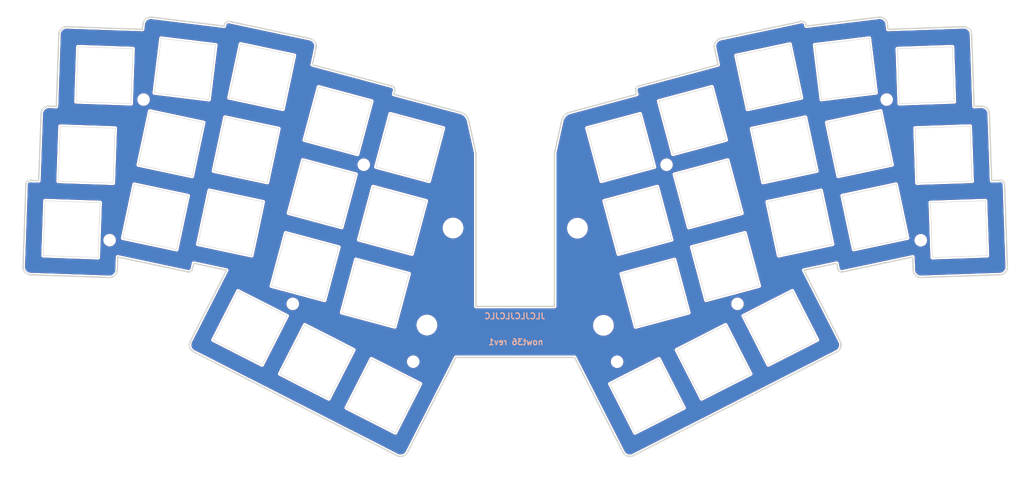
<source format=kicad_pcb>
(kicad_pcb (version 20211014) (generator pcbnew)
  (layers (0 "F.Cu" signal) (31 "B.Cu" signal) (34 "B.Paste" user) (35 "F.Paste" user) (36 "B.SilkS" user "B.Silkscreen") (37 "F.SilkS" user "F.Silkscreen") (38 "B.Mask" user) (39 "F.Mask" user) (44 "Edge.Cuts" user))
  (net 0 "")
  (net 1 "GND")
  (footprint "nowt_parts:SW_Hole" (layer "F.Cu") (at 130.9624 65.659 -15)
    (fp_text reference "SW5" hide)
    (fp_text value "SW_PUSH" hide)
    (fp_line (start -7 7) (end 7 7) (layer "Edge.Cuts") (width 0.12))
    (fp_line (start 7 -7) (end -7 -7) (layer "Edge.Cuts") (width 0.12))
    (fp_line (start 7 7) (end 7 -7) (layer "Edge.Cuts") (width 0.12))
    (fp_line (start -7 -7) (end -7 7) (layer "Edge.Cuts") (width 0.12))
  )
  (footprint "nowt_parts:spacer_m2_2.2mm" (layer "F.Cu") (at 196.38 70.04)
    (fp_text reference "HOLE6" hide)
    (fp_text value "Val**" hide)
    (pad "" np_thru_hole circle (at 0 0) (size 2.2 2.2) (drill 2.2) (layers F&B.Cu *.Mask))
  )
  (footprint "nowt_parts:spacer_m2_2.2mm" (layer "F.Cu") (at 119.28 70.03)
    (fp_text reference "HOLE14" hide)
    (fp_text value "Val**" hide)
    (pad "" np_thru_hole circle (at 0 0) (size 2.2 2.2) (drill 2.2) (layers F&B.Cu *.Mask))
  )
  (footprint "nowt_parts:SW_Hole" (layer "F.Cu") (at 112.7252 58.801 -15)
    (fp_text reference "SW4" hide)
    (fp_text value "SW_PUSH" hide)
    (fp_line (start 7 7) (end 7 -7) (layer "Edge.Cuts") (width 0.12))
    (fp_line (start 7 -7) (end -7 -7) (layer "Edge.Cuts") (width 0.12))
    (fp_line (start -7 7) (end 7 7) (layer "Edge.Cuts") (width 0.12))
    (fp_line (start -7 -7) (end -7 7) (layer "Edge.Cuts") (width 0.12))
  )
  (footprint "nowt_parts:SW_Hole" (layer "F.Cu") (at 66.2178 83.3374 -12)
    (fp_text reference "SW22" hide)
    (fp_text value "SW_PUSH" hide)
    (fp_line (start -7 -7) (end -7 7) (layer "Edge.Cuts") (width 0.12))
    (fp_line (start 7 7) (end 7 -7) (layer "Edge.Cuts") (width 0.12))
    (fp_line (start 7 -7) (end -7 -7) (layer "Edge.Cuts") (width 0.12))
    (fp_line (start -7 7) (end 7 7) (layer "Edge.Cuts") (width 0.12))
  )
  (footprint "nowt_parts:M2_HOLE_v2_4.3mm" (layer "F.Cu") (at 173.6852 86.2076)
    (fp_text reference "HOLE5" hide)
    (fp_text value "Val**" hide)
    (pad "" np_thru_hole circle (at 0 0) (size 4.3 4.3) (drill 4.3) (layers *.Cu *.Mask))
  )
  (footprint "nowt_parts:SW_Hole" (layer "F.Cu") (at 249.428 83.312 12)
    (fp_text reference "SW29" hide)
    (fp_text value "SW_PUSH" hide)
    (fp_line (start -7 -7) (end -7 7) (layer "Edge.Cuts") (width 0.12))
    (fp_line (start 7 -7) (end -7 -7) (layer "Edge.Cuts") (width 0.12))
    (fp_line (start -7 7) (end 7 7) (layer "Edge.Cuts") (width 0.12))
    (fp_line (start 7 7) (end 7 -7) (layer "Edge.Cuts") (width 0.12))
  )
  (footprint "nowt_parts:SW_Hole" (layer "F.Cu") (at 193.4464 102.7684 15)
    (fp_text reference "SW26" hide)
    (fp_text value "SW_PUSH" hide)
    (fp_line (start 7 -7) (end -7 -7) (layer "Edge.Cuts") (width 0.12))
    (fp_line (start -7 -7) (end -7 7) (layer "Edge.Cuts") (width 0.12))
    (fp_line (start 7 7) (end 7 -7) (layer "Edge.Cuts") (width 0.12))
    (fp_line (start -7 7) (end 7 7) (layer "Edge.Cuts") (width 0.12))
  )
  (footprint "nowt_parts:SW_Hole" (layer "F.Cu") (at 126.5936 84.201 -15)
    (fp_text reference "SW15" hide)
    (fp_text value "SW_PUSH" hide)
    (fp_line (start 7 7) (end 7 -7) (layer "Edge.Cuts") (width 0.12))
    (fp_line (start -7 -7) (end -7 7) (layer "Edge.Cuts") (width 0.12))
    (fp_line (start -7 7) (end 7 7) (layer "Edge.Cuts") (width 0.12))
    (fp_line (start 7 -7) (end -7 -7) (layer "Edge.Cuts") (width 0.12))
  )
  (footprint "nowt_parts:spacer_m2_2.2mm" (layer "F.Cu") (at 183.79 120.21)
    (fp_text reference "HOLE3" hide)
    (fp_text value "Val**" hide)
    (pad "" np_thru_hole circle (at 0 0) (size 2.2 2.2) (drill 2.2) (layers F&B.Cu *.Mask))
  )
  (footprint "nowt_parts:SW_Hole" (layer "F.Cu") (at 191.389 128.905 27)
    (fp_text reference "SW34" hide)
    (fp_text value "SW_PUSH" hide)
    (fp_line (start -7 7) (end 7 7) (layer "Edge.Cuts") (width 0.12))
    (fp_line (start 7 -7) (end -7 -7) (layer "Edge.Cuts") (width 0.12))
    (fp_line (start 7 7) (end 7 -7) (layer "Edge.Cuts") (width 0.12))
    (fp_line (start -7 -7) (end -7 7) (layer "Edge.Cuts") (width 0.12))
  )
  (footprint "nowt_parts:SW_Hole" (layer "F.Cu") (at 122.2248 102.743 -15)
    (fp_text reference "SW25" hide)
    (fp_text value "SW_PUSH" hide)
    (fp_line (start -7 -7) (end -7 7) (layer "Edge.Cuts") (width 0.12))
    (fp_line (start -7 7) (end 7 7) (layer "Edge.Cuts") (width 0.12))
    (fp_line (start 7 -7) (end -7 -7) (layer "Edge.Cuts") (width 0.12))
    (fp_line (start 7 7) (end 7 -7) (layer "Edge.Cuts") (width 0.12))
  )
  (footprint "nowt_parts:SW_Hole" (layer "F.Cu") (at 225.3488 111.5822 27)
    (fp_text reference "SW36" hide)
    (fp_text value "SW_PUSH" hide)
    (fp_line (start -7 -7) (end -7 7) (layer "Edge.Cuts") (width 0.12))
    (fp_line (start -7 7) (end 7 7) (layer "Edge.Cuts") (width 0.12))
    (fp_line (start 7 -7) (end -7 -7) (layer "Edge.Cuts") (width 0.12))
    (fp_line (start 7 7) (end 7 -7) (layer "Edge.Cuts") (width 0.12))
  )
  (footprint "nowt_parts:spacer_m2_2.2mm" (layer "F.Cu") (at 131.87 120.19)
    (fp_text reference "HOLE10" hide)
    (fp_text value "Val**" hide)
    (pad "" np_thru_hole circle (at 0 0) (size 2.2 2.2) (drill 2.2) (layers F&B.Cu *.Mask))
  )
  (footprint "nowt_parts:SW_Hole" (layer "F.Cu") (at 48.7172 67.4878 -2)
    (fp_text reference "SW11" hide)
    (fp_text value "SW_PUSH" hide)
    (fp_line (start 7 -7) (end -7 -7) (layer "Edge.Cuts") (width 0.12))
    (fp_line (start -7 -7) (end -7 7) (layer "Edge.Cuts") (width 0.12))
    (fp_line (start 7 7) (end 7 -7) (layer "Edge.Cuts") (width 0.12))
    (fp_line (start -7 7) (end 7 7) (layer "Edge.Cuts") (width 0.12))
  )
  (footprint "nowt_parts:SW_Hole" (layer "F.Cu") (at 70.1802 64.6938 -12)
    (fp_text reference "SW12" hide)
    (fp_text value "SW_PUSH" hide)
    (fp_line (start 7 -7) (end -7 -7) (layer "Edge.Cuts") (width 0.12))
    (fp_line (start -7 -7) (end -7 7) (layer "Edge.Cuts") (width 0.12))
    (fp_line (start 7 7) (end 7 -7) (layer "Edge.Cuts") (width 0.12))
    (fp_line (start -7 7) (end 7 7) (layer "Edge.Cuts") (width 0.12))
  )
  (footprint "nowt_parts:SW_Hole" (layer "F.Cu") (at 89.3318 66.2432 -12)
    (fp_text reference "SW13" hide)
    (fp_text value "SW_PUSH" hide)
    (fp_line (start 7 -7) (end -7 -7) (layer "Edge.Cuts") (width 0.12))
    (fp_line (start -7 7) (end 7 7) (layer "Edge.Cuts") (width 0.12))
    (fp_line (start -7 -7) (end -7 7) (layer "Edge.Cuts") (width 0.12))
    (fp_line (start 7 7) (end 7 -7) (layer "Edge.Cuts") (width 0.12))
  )
  (footprint "nowt_parts:SW_Hole" (layer "F.Cu") (at 184.7088 65.659 15)
    (fp_text reference "SW6" hide)
    (fp_text value "SW_PUSH" hide)
    (fp_line (start -7 7) (end 7 7) (layer "Edge.Cuts") (width 0.12))
    (fp_line (start -7 -7) (end -7 7) (layer "Edge.Cuts") (width 0.12))
    (fp_line (start 7 7) (end 7 -7) (layer "Edge.Cuts") (width 0.12))
    (fp_line (start 7 -7) (end -7 -7) (layer "Edge.Cuts") (width 0.12))
  )
  (footprint "nowt_parts:SW_Hole" (layer "F.Cu") (at 266.9286 67.4624 2)
    (fp_text reference "SW20" hide)
    (fp_text value "SW_PUSH" hide)
    (fp_line (start -7 7) (end 7 7) (layer "Edge.Cuts") (width 0.12))
    (fp_line (start -7 -7) (end -7 7) (layer "Edge.Cuts") (width 0.12))
    (fp_line (start 7 -7) (end -7 -7) (layer "Edge.Cuts") (width 0.12))
    (fp_line (start 7 7) (end 7 -7) (layer "Edge.Cuts") (width 0.12))
  )
  (footprint "nowt_parts:SW_Hole" (layer "F.Cu") (at 208.3562 120.2436 27)
    (fp_text reference "SW35" hide)
    (fp_text value "SW_PUSH" hide)
    (fp_line (start 7 7) (end 7 -7) (layer "Edge.Cuts") (width 0.12))
    (fp_line (start 7 -7) (end -7 -7) (layer "Edge.Cuts") (width 0.12))
    (fp_line (start -7 -7) (end -7 7) (layer "Edge.Cuts") (width 0.12))
    (fp_line (start -7 7) (end 7 7) (layer "Edge.Cuts") (width 0.12))
  )
  (footprint "nowt_parts:SW_Hole" (layer "F.Cu") (at 211.3831 95.9629 15)
    (fp_text reference "SW27" hide)
    (fp_text value "SW_PUSH" hide)
    (fp_line (start -7 -7) (end -7 7) (layer "Edge.Cuts") (width 0.12))
    (fp_line (start 7 -7) (end -7 -7) (layer "Edge.Cuts") (width 0.12))
    (fp_line (start 7 7) (end 7 -7) (layer "Edge.Cuts") (width 0.12))
    (fp_line (start -7 7) (end 7 7) (layer "Edge.Cuts") (width 0.12))
  )
  (footprint "nowt_parts:spacer_m2_2.2mm" (layer "F.Cu") (at 63.2 53.45)
    (fp_text reference "HOLE13" hide)
    (fp_text value "Val**" hide)
    (pad "" np_thru_hole circle (at 0 0) (size 2.2 2.2) (drill 2.2) (layers F&B.Cu *.Mask))
  )
  (footprint "nowt_parts:SW_Hole" (layer "F.Cu") (at 85.344 84.8868 -12)
    (fp_text reference "SW23" hide)
    (fp_text value "SW_PUSH" hide)
    (fp_line (start -7 -7) (end -7 7) (layer "Edge.Cuts") (width 0.12))
    (fp_line (start 7 7) (end 7 -7) (layer "Edge.Cuts") (width 0.12))
    (fp_line (start -7 7) (end 7 7) (layer "Edge.Cuts") (width 0.12))
    (fp_line (start 7 -7) (end -7 -7) (layer "Edge.Cuts") (width 0.12))
  )
  (footprint "nowt_parts:SW_Hole" (layer "F.Cu") (at 53.2638 47.244 -2)
    (fp_text reference "SW1" hide)
    (fp_text value "SW_PUSH" hide)
    (fp_line (start 7 -7) (end -7 -7) (layer "Edge.Cuts") (width 0.12))
    (fp_line (start 7 7) (end 7 -7) (layer "Edge.Cuts") (width 0.12))
    (fp_line (start -7 -7) (end -7 7) (layer "Edge.Cuts") (width 0.12))
    (fp_line (start -7 7) (end 7 7) (layer "Edge.Cuts") (width 0.12))
  )
  (footprint "nowt_parts:SW_Hole" (layer "F.Cu") (at 222.4024 47.625 12)
    (fp_text reference "SW8" hide)
    (fp_text value "SW_PUSH" hide)
    (fp_line (start -7 7) (end 7 7) (layer "Edge.Cuts") (width 0.12))
    (fp_line (start 7 7) (end 7 -7) (layer "Edge.Cuts") (width 0.12))
    (fp_line (start -7 -7) (end -7 7) (layer "Edge.Cuts") (width 0.12))
    (fp_line (start 7 -7) (end -7 -7) (layer "Edge.Cuts") (width 0.12))
  )
  (footprint "nowt_parts:SW_Hole" (layer "F.Cu") (at 104.3432 95.9866 -15)
    (fp_text reference "SW24" hide)
    (fp_text value "SW_PUSH" hide)
    (fp_line (start -7 7) (end 7 7) (layer "Edge.Cuts") (width 0.12))
    (fp_line (start 7 7) (end 7 -7) (layer "Edge.Cuts") (width 0.12))
    (fp_line (start -7 -7) (end -7 7) (layer "Edge.Cuts") (width 0.12))
    (fp_line (start 7 -7) (end -7 -7) (layer "Edge.Cuts") (width 0.12))
  )
  (footprint "nowt_parts:SW_Hole" (layer "F.Cu") (at 73.7616 45.6438 -7)
    (fp_text reference "SW2" hide)
    (fp_text value "SW_PUSH" hide)
    (fp_line (start -7 7) (end 7 7) (layer "Edge.Cuts") (width 0.12))
    (fp_line (start 7 -7) (end -7 -7) (layer "Edge.Cuts") (width 0.12))
    (fp_line (start -7 -7) (end -7 7) (layer "Edge.Cuts") (width 0.12))
    (fp_line (start 7 7) (end 7 -7) (layer "Edge.Cuts") (width 0.12))
  )
  (footprint "nowt_parts:SW_Hole" (layer "F.Cu") (at 93.2942 47.5996 -12)
    (fp_text reference "SW3" hide)
    (fp_text value "SW_PUSH" hide)
    (fp_line (start 7 -7) (end -7 -7) (layer "Edge.Cuts") (width 0.12))
    (fp_line (start -7 -7) (end -7 7) (layer "Edge.Cuts") (width 0.12))
    (fp_line (start -7 7) (end 7 7) (layer "Edge.Cuts") (width 0.12))
    (fp_line (start 7 7) (end 7 -7) (layer "Edge.Cuts") (width 0.12))
  )
  (footprint "nowt_parts:SW_Hole" (layer "F.Cu") (at 241.9096 45.6184 7)
    (fp_text reference "SW9" hide)
    (fp_text value "SW_PUSH" hide)
    (fp_line (start 7 -7) (end -7 -7) (layer "Edge.Cuts") (width 0.12))
    (fp_line (start 7 7) (end 7 -7) (layer "Edge.Cuts") (width 0.12))
    (fp_line (start -7 -7) (end -7 7) (layer "Edge.Cuts") (width 0.12))
    (fp_line (start -7 7) (end 7 7) (layer "Edge.Cuts") (width 0.12))
  )
  (footprint "nowt_parts:SW_Hole" (layer "F.Cu") (at 245.491 64.6684 12)
    (fp_text reference "SW19" hide)
    (fp_text value "SW_PUSH" hide)
    (fp_line (start 7 7) (end 7 -7) (layer "Edge.Cuts") (width 0.12))
    (fp_line (start -7 7) (end 7 7) (layer "Edge.Cuts") (width 0.12))
    (fp_line (start -7 -7) (end -7 7) (layer "Edge.Cuts") (width 0.12))
    (fp_line (start 7 -7) (end -7 -7) (layer "Edge.Cuts") (width 0.12))
  )
  (footprint "nowt_parts:SW_Hole" (layer "F.Cu") (at 270.8148 86.4362 2)
    (fp_text reference "SW30" hide)
    (fp_text value "SW_PUSH" hide)
    (fp_line (start 7 -7) (end -7 -7) (layer "Edge.Cuts") (width 0.12))
    (fp_line (start -7 7) (end 7 7) (layer "Edge.Cuts") (width 0.12))
    (fp_line (start 7 7) (end 7 -7) (layer "Edge.Cuts") (width 0.12))
    (fp_line (start -7 -7) (end -7 7) (layer "Edge.Cuts") (width 0.12))
  )
  (footprint "nowt_parts:SW_Hole" (layer "F.Cu") (at 226.3394 66.2432 12)
    (fp_text reference "SW18" hide)
    (fp_text value "SW_PUSH" hide)
    (fp_line (start 7 7) (end 7 -7) (layer "Edge.Cuts") (width 0.12))
    (fp_line (start -7 -7) (end -7 7) (layer "Edge.Cuts") (width 0.12))
    (fp_line (start 7 -7) (end -7 -7) (layer "Edge.Cuts") (width 0.12))
    (fp_line (start -7 7) (end 7 7) (layer "Edge.Cuts") (width 0.12))
  )
  (footprint "nowt_parts:spacer_m2_2.2mm" (layer "F.Cu") (at 252.43 53.45)
    (fp_text reference "HOLE7" hide)
    (fp_text value "Val**" hide)
    (pad "" np_thru_hole circle (at 0 0) (size 2.2 2.2) (drill 2.2) (layers F&B.Cu *.Mask))
  )
  (footprint "nowt_parts:SW_Hole" (layer "F.Cu") (at 90.3224 111.6076 -27)
    (fp_text reference "SW31" hide)
    (fp_text value "SW_PUSH" hide)
    (fp_line (start -7 -7) (end -7 7) (layer "Edge.Cuts") (width 0.12))
    (fp_line (start 7 -7) (end -7 -7) (layer "Edge.Cuts") (width 0.12))
    (fp_line (start -7 7) (end 7 7) (layer "Edge.Cuts") (width 0.12))
    (fp_line (start 7 7) (end 7 -7) (layer "Edge.Cuts") (width 0.12))
  )
  (footprint "nowt_parts:M2_HOLE_v2_4.3mm" (layer "F.Cu") (at 142.0114 86.1568)
    (fp_text reference "HOLE8" hide)
    (fp_text value "Val**" hide)
    (pad "" np_thru_hole circle (at 0 0) (size 4.3 4.3) (drill 4.3) (layers *.Cu *.Mask))
  )
  (footprint "nowt_parts:SW_Hole" (layer "F.Cu") (at 44.8818 86.4362 -2)
    (fp_text reference "SW21" hide)
    (fp_text value "SW_PUSH" hide)
    (fp_line (start 7 -7) (end -7 -7) (layer "Edge.Cuts") (width 0.12))
    (fp_line (start -7 7) (end 7 7) (layer "Edge.Cuts") (width 0.12))
    (fp_line (start -7 -7) (end -7 7) (layer "Edge.Cuts") (width 0.12))
    (fp_line (start 7 7) (end 7 -7) (layer "Edge.Cuts") (width 0.12))
  )
  (footprint "nowt_parts:SW_Hole" (layer "F.Cu") (at 262.4074 47.244 2)
    (fp_text reference "SW10" hide)
    (fp_text value "SW_PUSH" hide)
    (fp_line (start -7 7) (end 7 7) (layer "Edge.Cuts") (width 0.12))
    (fp_line (start 7 -7) (end -7 -7) (layer "Edge.Cuts") (width 0.12))
    (fp_line (start 7 7) (end 7 -7) (layer "Edge.Cuts") (width 0.12))
    (fp_line (start -7 -7) (end -7 7) (layer "Edge.Cuts") (width 0.12))
  )
  (footprint "nowt_parts:spacer_m2_2.2mm" (layer "F.Cu") (at 261.12 89.27)
    (fp_text reference "HOLE1" hide)
    (fp_text value "Val**" hide)
    (pad "" np_thru_hole circle (at 0 0) (size 2.2 2.2) (drill 2.2) (layers F&B.Cu *.Mask))
  )
  (footprint "nowt_parts:SW_Hole" (layer "F.Cu") (at 202.9714 58.7756 15)
    (fp_text reference "SW7" hide)
    (fp_text value "SW_PUSH" hide)
    (fp_line (start 7 -7) (end -7 -7) (layer "Edge.Cuts") (width 0.12))
    (fp_line (start -7 -7) (end -7 7) (layer "Edge.Cuts") (width 0.12))
    (fp_line (start -7 7) (end 7 7) (layer "Edge.Cuts") (width 0.12))
    (fp_line (start 7 7) (end 7 -7) (layer "Edge.Cuts") (width 0.12))
  )
  (footprint "nowt_parts:spacer_m2_2.2mm" (layer "F.Cu") (at 54.56 89.24)
    (fp_text reference "HOLE12" hide)
    (fp_text value "Val**" hide)
    (pad "" np_thru_hole circle (at 0 0) (size 2.2 2.2) (drill 2.2) (layers F&B.Cu *.Mask))
  )
  (footprint "nowt_parts:spacer_m2_2.2mm" (layer "F.Cu") (at 101.2 105.47)
    (fp_text reference "HOLE11" hide)
    (fp_text value "Val**" hide)
    (pad "" np_thru_hole circle (at 0 0) (size 2.2 2.2) (drill 2.2) (layers F&B.Cu *.Mask))
  )
  (footprint "nowt_parts:SW_Hole" (layer "F.Cu") (at 107.315 120.2436 -27)
    (fp_text reference "SW32" hide)
    (fp_text value "SW_PUSH" hide)
    (fp_line (start -7 7) (end 7 7) (layer "Edge.Cuts") (width 0.12))
    (fp_line (start 7 -7) (end -7 -7) (layer "Edge.Cuts") (width 0.12))
    (fp_line (start 7 7) (end 7 -7) (layer "Edge.Cuts") (width 0.12))
    (fp_line (start -7 -7) (end -7 7) (layer "Edge.Cuts") (width 0.12))
  )
  (footprint "nowt_parts:SW_Hole" (layer "F.Cu") (at 206.9846 77.4446 15)
    (fp_text reference "SW17" hide)
    (fp_text value "SW_PUSH" hide)
    (fp_line (start -7 7) (end 7 7) (layer "Edge.Cuts") (width 0.12))
    (fp_line (start -7 -7) (end -7 7) (layer "Edge.Cuts") (width 0.12))
    (fp_line (start 7 7) (end 7 -7) (layer "Edge.Cuts") (width 0.12))
    (fp_line (start 7 -7) (end -7 -7) (layer "Edge.Cuts") (width 0.12))
  )
  (footprint "nowt_parts:SW_Hole" (layer "F.Cu") (at 124.2632 128.8847 -27)
    (fp_text reference "SW33" hide)
    (fp_text value "SW_PUSH" hide)
    (fp_line (start -7 7) (end 7 7) (layer "Edge.Cuts") (width 0.12))
    (fp_line (start 7 -7) (end -7 -7) (layer "Edge.Cuts") (width 0.12))
    (fp_line (start 7 7) (end 7 -7) (layer "Edge.Cuts") (width 0.12))
    (fp_line (start -7 -7) (end -7 7) (layer "Edge.Cuts") (width 0.12))
  )
  (footprint "nowt_parts:SW_Hole" (layer "F.Cu") (at 230.3272 84.8868 12)
    (fp_text reference "SW28" hide)
    (fp_text value "SW_PUSH" hide)
    (fp_line (start -7 7) (end 7 7) (layer "Edge.Cuts") (width 0.12))
    (fp_line (start -7 -7) (end -7 7) (layer "Edge.Cuts") (width 0.12))
    (fp_line (start 7 -7) (end -7 -7) (layer "Edge.Cuts") (width 0.12))
    (fp_line (start 7 7) (end 7 -7) (layer "Edge.Cuts") (width 0.12))
  )
  (footprint "nowt_parts:M2_HOLE_v2_4.3mm" (layer "F.Cu") (at 135.3566 110.871)
    (fp_text reference "HOLE9" hide)
    (fp_text value "Val**" hide)
    (pad "" np_thru_hole circle (at 0 0) (size 4.3 4.3) (drill 4.3) (layers *.Cu *.Mask))
  )
  (footprint "nowt_parts:SW_Hole" (layer "F.Cu") (at 189.0776 84.201 15)
    (fp_text reference "SW16" hide)
    (fp_text value "SW_PUSH" hide)
    (fp_line (start 7 7) (end 7 -7) (layer "Edge.Cuts") (width 0.12))
    (fp_line (start -7 7) (end 7 7) (layer "Edge.Cuts") (width 0.12))
    (fp_line (start 7 -7) (end -7 -7) (layer "Edge.Cuts") (width 0.12))
    (fp_line (start -7 -7) (end -7 7) (layer "Edge.Cuts") (width 0.12))
  )
  (footprint "nowt_parts:SW_Hole" (layer "F.Cu") (at 108.712 77.4192 -15)
    (fp_text reference "SW14" hide)
    (fp_text value "SW_PUSH" hide)
    (fp_line (start -7 -7) (end -7 7) (layer "Edge.Cuts") (width 0.12))
    (fp_line (start 7 -7) (end -7 -7) (layer "Edge.Cuts") (width 0.12))
    (fp_line (start 7 7) (end 7 -7) (layer "Edge.Cuts") (width 0.12))
    (fp_line (start -7 7) (end 7 7) (layer "Edge.Cuts") (width 0.12))
  )
  (footprint "nowt_parts:spacer_m2_2.2mm" (layer "F.Cu") (at 214.44 105.47)
    (fp_text reference "HOLE2" hide)
    (fp_text value "Val**" hide)
    (pad "" np_thru_hole circle (at 0 0) (size 2.2 2.2) (drill 2.2) (layers F&B.Cu *.Mask))
  )
  (footprint "nowt_parts:M2_HOLE_v2_4.3mm" (layer "F.Cu") (at 180.3146 110.9472)
    (fp_text reference "HOLE4" hide)
    (fp_text value "Val**" hide)
    (pad "" np_thru_hole circle (at 0 0) (size 4.3 4.3) (drill 4.3) (layers *.Cu *.Mask))
  )
  (gr_line (start 231.725116 33.993476) (end 231.698161 33.952779) (layer "Edge.Cuts") (width 0.349999))
  (gr_line (start 34.443311 98.047982) (end 34.443311 98.047982) (layer "Edge.Cuts") (width 0.349999))
  (gr_line (start 231.3816 33.661253) (end 231.339574 33.638053) (layer "Edge.Cuts") (width 0.349999))
  (gr_line (start 282.189087 74.364459) (end 282.156413 74.329296) (layer "Edge.Cuts") (width 0.349999))
  (gr_line (start 56.504308 96.817078) (end 56.619009 93.530003) (layer "Edge.Cuts") (width 0.349999))
  (gr_line (start 74.573737 97.341395) (end 74.622764 97.345614) (layer "Edge.Cuts") (width 0.349999))
  (gr_line (start 32.676057 96.840127) (end 32.716838 96.928823) (layer "Edge.Cuts") (width 0.349999))
  (gr_line (start 43.116816 34.965076) (end 43.023111 34.992477) (layer "Edge.Cuts") (width 0.349999))
  (gr_line (start 281.740706 97.967544) (end 281.834611 97.937295) (layer "Edge.Cuts") (width 0.349999))
  (gr_line (start 278.466334 56.488066) (end 278.432453 56.396511) (layer "Edge.Cuts") (width 0.349999))
  (gr_line (start 33.982693 74.062248) (end 33.935715 74.076345) (layer "Edge.Cuts") (width 0.349999))
  (gr_line (start 282.869975 97.108798) (end 282.919131 97.025888) (layer "Edge.Cuts") (width 0.349999))
  (gr_line (start 277.365101 55.29916) (end 277.27457 55.262777) (layer "Edge.Cuts") (width 0.349999))
  (gr_line (start 106.76627 38.698897) (end 106.706475 38.620279) (layer "Edge.Cuts") (width 0.349999))
  (gr_line (start 63.831356 32.887059) (end 63.757163 32.947929) (layer "Edge.Cuts") (width 0.349999))
  (gr_line (start 106.822347 38.780734) (end 106.76627 38.698897) (layer "Edge.Cuts") (width 0.349999))
  (gr_line (start 281.65613 74.050443) (end 281.607395 74.040969) (layer "Edge.Cuts") (width 0.349999))
  (gr_line (start 33.935715 74.076345) (end 33.889713 74.092659) (layer "Edge.Cuts") (width 0.349999))
  (gr_line (start 231.946127 34.741396) (end 231.946127 34.741396) (layer "Edge.Cuts") (width 0.349999))
  (gr_line (start 106.433034 38.339988) (end 106.356841 38.278964) (layer "Edge.Cuts") (width 0.349999))
  (gr_line (start 62.911741 35.569906) (end 43.701223 34.89906) (layer "Edge.Cuts") (width 0.349999))
  (gr_line (start 33.63783 74.233739) (end 33.600478 74.263886) (layer "Edge.Cuts") (width 0.349999))
  (gr_line (start 43.405264 34.910611) (end 43.308058 34.924081) (layer "Edge.Cuts") (width 0.349999))
  (gr_line (start 42.930907 35.024397) (end 42.840368 35.060775) (layer "Edge.Cuts") (width 0.349999))
  (gr_line (start 273.875105 36.068436) (end 273.832491 35.980669) (layer "Edge.Cuts") (width 0.349999))
  (gr_line (start 278.009069 55.742852) (end 277.938207 55.673415) (layer "Edge.Cuts") (width 0.349999))
  (gr_line (start 63.988054 32.776246) (end 63.908366 32.829795) (layer "Edge.Cuts") (width 0.349999))
  (gr_line (start 281.456763 74.02719) (end 281.405294 74.02768) (layer "Edge.Cuts") (width 0.349999))
  (gr_line (start 188.519844 51.139539) (end 188.529052 51.188061) (layer "Edge.Cuts") (width 0.349999))
  (gr_line (start 126.708547 50.128505) (end 126.666448 50.103697) (layer "Edge.Cuts") (width 0.349999))
  (gr_line (start 56.619009 93.530003) (end 74.476041 97.325631) (layer "Edge.Cuts") (width 0.349999))
  (gr_line (start 239.720296 95.124176) (end 240.024496 96.555397) (layer "Edge.Cuts") (width 0.349999))
  (gr_line (start 185.97271 143.999883) (end 186.056876 144.04989) (layer "Edge.Cuts") (width 0.349999))
  (gr_line (start 84.966117 33.537519) (end 84.915641 33.530739) (layer "Edge.Cuts") (width 0.349999))
  (gr_line (start 33.256028 74.890189) (end 33.250399 74.940802) (layer "Edge.Cuts") (width 0.349999))
  (gr_line (start 170.719309 57.206315) (end 170.565305 57.337723) (layer "Edge.Cuts") (width 0.349999))
  (gr_line (start 260.301739 98.543597) (end 260.390446 98.58437) (layer "Edge.Cuts") (width 0.349999))
  (gr_line (start 75.508086 96.913882) (end 75.534728 96.873017) (layer "Edge.Cuts") (width 0.349999))
  (gr_line (start 55.02 98.68) (end 55.113695 98.652592) (layer "Edge.Cuts") (width 0.349999))
  (gr_line (start 240.668953 115.207669) (end 240.629723 115.113666) (layer "Edge.Cuts") (width 0.349999))
  (gr_line (start 129.448191 144.14004) (end 129.535397 144.099693) (layer "Edge.Cuts") (width 0.349999))
  (gr_line (start 188.576253 50.610808) (end 188.55939 50.656882) (layer "Edge.Cuts") (width 0.349999))
  (gr_line (start 274.695547 55.200585) (end 274.053976 36.828042) (layer "Edge.Cuts") (width 0.349999))
  (gr_line (start 240.597126 116.813485) (end 240.637489 116.726282) (layer "Edge.Cuts") (width 0.349999))
  (gr_line (start 105.560796 37.913728) (end 85.016721 33.546943) (layer "Edge.Cuts") (width 0.349999))
  (gr_line (start 74.476041 97.325631) (end 74.476041 97.325631) (layer "Edge.Cuts") (width 0.349999))
  (gr_line (start 41.900691 35.89496) (end 41.853815 35.980598) (layer "Edge.Cuts") (width 0.349999))
  (gr_line (start 188.774969 52.110541) (end 188.774969 52.110541) (layer "Edge.Cuts") (width 0.349999))
  (gr_line (start 208.549603 39.685414) (end 208.542973 39.78385) (layer "Edge.Cuts") (width 0.349999))
  (gr_line (start 74.929389 116.355782) (end 74.952859 116.451727) (layer "Edge.Cuts") (width 0.349999))
  (gr_line (start 55.471812 98.498393) (end 55.556345 98.449012) (layer "Edge.Cuts") (width 0.349999))
  (gr_line (start 277.625036 55.43443) (end 277.5405 55.385049) (layer "Edge.Cuts") (width 0.349999))
  (gr_line (start 33.264127 74.8404) (end 33.256028 74.890189) (layer "Edge.Cuts") (width 0.349999))
  (gr_line (start 278.198471 55.969138) (end 278.139274 55.890875) (layer "Edge.Cuts") (width 0.349999))
  (gr_line (start 64.609077 32.514634) (end 64.514567 32.53911) (layer "Edge.Cuts") (width 0.349999))
  (gr_line (start 210.125768 37.913732) (end 210.125768 37.913732) (layer "Edge.Cuts") (width 0.349999))
  (gr_line (start 32.922664 97.261958) (end 32.984486 97.338998) (layer "Edge.Cuts") (width 0.349999))
  (gr_line (start 64.421755 32.568067) (end 64.33078 32.601396) (layer "Edge.Cuts") (width 0.349999))
  (gr_line (start 147.843305 67.115948) (end 147.843305 67.115948) (layer "Edge.Cuts") (width 0.349999))
  (gr_line (start 106.576314 38.473096) (end 106.506241 38.404732) (layer "Edge.Cuts") (width 0.349999))
  (gr_line (start 37.822416 55.607543) (end 37.748197 55.673382) (layer "Edge.Cuts") (width 0.349999))
  (gr_line (start 209.103006 38.48033) (end 209.037901 38.551176) (layer "Edge.Cuts") (width 0.349999))
  (gr_line (start 32.716838 96.928823) (end 32.761951 97.015521) (layer "Edge.Cuts") (width 0.349999))
  (gr_line (start 231.813019 34.170613) (end 231.794179 34.124273) (layer "Edge.Cuts") (width 0.349999))
  (gr_line (start 259.214603 97.111531) (end 259.234834 97.207557) (layer "Edge.Cuts") (width 0.349999))
  (gr_line (start 282.086254 74.263867) (end 282.048899 74.233723) (layer "Edge.Cuts") (width 0.349999))
  (gr_line (start 75.020234 115.201363) (end 74.986706 115.29389) (layer "Edge.Cuts") (width 0.349999))
  (gr_line (start 85.016721 33.546943) (end 84.966117 33.537519) (layer "Edge.Cuts") (width 0.349999))
  (gr_line (start 185.253851 143.213601) (end 185.253851 143.213601) (layer "Edge.Cuts") (width 0.349999))
  (gr_line (start 240.394349 117.141396) (end 240.451133 117.062891) (layer "Edge.Cuts") (width 0.349999))
  (gr_line (start 142.720945 119.09668) (end 142.720945 119.09668) (layer "Edge.Cuts") (width 0.349999))
  (gr_line (start 84.305051 33.661269) (end 84.264198 33.686436) (layer "Edge.Cuts") (width 0.349999))
  (gr_line (start 34.344278 98.042069) (end 34.443311 98.047982) (layer "Edge.Cuts") (width 0.349999))
  (gr_line (start 147.843305 106.115944) (end 147.843305 106.115944) (layer "Edge.Cuts") (width 0.349999))
  (gr_line (start 170.047664 57.957488) (end 169.945318 58.133381) (layer "Edge.Cuts") (width 0.349999))
  (gr_line (start 186.89999 144.301336) (end 186.997631 144.305597) (layer "Edge.Cuts") (width 0.349999))
  (gr_line (start 126.74934 50.155308) (end 126.708547 50.128505) (layer "Edge.Cuts") (width 0.349999))
  (gr_line (start 209.499166 44.585329) (end 209.499166 44.585329) (layer "Edge.Cuts") (width 0.349999))
  (gr_line (start 260.761932 98.702889) (end 260.858137 98.721064) (layer "Edge.Cuts") (width 0.349999))
  (gr_line (start 240.458013 97.186203) (end 240.500272 97.212181) (layer "Edge.Cuts") (width 0.349999))
  (gr_line (start 241.06388 97.345664) (end 241.112908 97.341443) (layer "Edge.Cuts") (width 0.349999))
  (gr_line (start 106.874301 38.865247) (end 106.822347 38.780734) (layer "Edge.Cuts") (width 0.349999))
  (gr_line (start 42.418483 35.307352) (end 42.341431 35.36917) (layer "Edge.Cuts") (width 0.349999))
  (gr_line (start 106.196076 38.168478) (end 106.111798 38.119217) (layer "Edge.Cuts") (width 0.349999))
  (gr_line (start 278.556355 56.869174) (end 278.540822 56.771987) (layer "Edge.Cuts") (width 0.349999))
  (gr_line (start 252.593904 34.117494) (end 252.57386 34.017623) (layer "Edge.Cuts") (width 0.349999))
  (gr_line (start 230.669912 33.546938) (end 230.669912 33.546938) (layer "Edge.Cuts") (width 0.349999))
  (gr_line (start 281.447393 98.030465) (end 281.546976 98.014259) (layer "Edge.Cuts") (width 0.349999))
  (gr_line (start 273.419149 35.435104) (end 273.34494 35.369264) (layer "Edge.Cuts") (width 0.349999))
  (gr_line (start 105.845134 37.996567) (end 105.752124 37.964397) (layer "Edge.Cuts") (width 0.349999))
  (gr_line (start 259.188309 96.916141) (end 259.19907 97.014338) (layer "Edge.Cuts") (width 0.349999))
  (gr_line (start 241.014848 97.347465) (end 241.06388 97.345664) (layer "Edge.Cuts") (width 0.349999))
  (gr_line (start 129.703879 144.006491) (end 129.784817 143.953746) (layer "Edge.Cuts") (width 0.349999))
  (gr_line (start 145.741252 58.133401) (end 145.638908 57.957507) (layer "Edge.Cuts") (width 0.349999))
  (gr_line (start 240.304188 97.063181) (end 240.34013 97.09658) (layer "Edge.Cuts") (width 0.349999))
  (gr_line (start 106.356841 38.278964) (end 106.277806 38.221761) (layer "Edge.Cuts") (width 0.349999))
  (gr_line (start 277.863993 55.607574) (end 277.786948 55.545754) (layer "Edge.Cuts") (width 0.349999))
  (gr_line (start 126.82672 50.214684) (end 126.788754 50.184053) (layer "Edge.Cuts") (width 0.349999))
  (gr_line (start 240.270005 97.028143) (end 240.304188 97.063181) (layer "Edge.Cuts") (width 0.349999))
  (gr_line (start 261.251302 98.746087) (end 281.243398 98.047928) (layer "Edge.Cuts") (width 0.349999))
  (gr_line (start 74.96114 97.308301) (end 75.007745 97.293614) (layer "Edge.Cuts") (width 0.349999))
  (gr_line (start 208.56645 40.184637) (end 208.585302 40.285848) (layer "Edge.Cuts") (width 0.349999))
  (gr_line (start 188.540701 51.236277) (end 188.540701 51.236277) (layer "Edge.Cuts") (width 0.349999))
  (gr_line (start 128.604809 144.305663) (end 128.701693 144.305475) (layer "Edge.Cuts") (width 0.349999))
  (gr_line (start 126.931227 50.317363) (end 126.898027 50.281394) (layer "Edge.Cuts") (width 0.349999))
  (gr_line (start 56.007408 98.068055) (end 56.070564 97.992573) (layer "Edge.Cuts") (width 0.349999))
  (gr_line (start 43.308058 34.924081) (end 43.211853 34.942256) (layer "Edge.Cuts") (width 0.349999))
  (gr_line (start 64.241783 32.638988) (end 64.154902 32.680734) (layer "Edge.Cuts") (width 0.349999))
  (gr_line (start 105.657296 37.93675) (end 105.560796 37.913728) (layer "Edge.Cuts") (width 0.349999))
  (gr_line (start 147.843305 106.115944) (end 147.843305 67.115948) (layer "Edge.Cuts") (width 0.349999))
  (gr_line (start 209.649953 38.079244) (end 209.562723 38.125339) (layer "Edge.Cuts") (width 0.349999))
  (gr_line (start 127.141779 50.703593) (end 127.12723 50.656857) (layer "Edge.Cuts") (width 0.349999))
  (gr_line (start 169.776558 58.506696) (end 169.711133 58.703086) (layer "Edge.Cuts") (width 0.349999))
  (gr_line (start 273.557057 35.577078) (end 273.49001 35.504539) (layer "Edge.Cuts") (width 0.349999))
  (gr_line (start 208.542973 39.78385) (end 208.541246 39.88314) (layer "Edge.Cuts") (width 0.349999))
  (gr_line (start 239.720296 95.124176) (end 239.720296 95.124176) (layer "Edge.Cuts") (width 0.349999))
  (gr_line (start 42.664954 35.146655) (end 42.58041 35.196033) (layer "Edge.Cuts") (width 0.349999))
  (gr_line (start 283.169122 96.184089) (end 283.173297 96.082316) (layer "Edge.Cuts") (width 0.349999))
  (gr_line (start 273.021467 35.146743) (end 272.934771 35.101633) (layer "Edge.Cuts") (width 0.349999))
  (gr_line (start 188.694254 50.394287) (end 188.666456 50.435108) (layer "Edge.Cuts") (width 0.349999))
  (gr_line (start 107.111527 39.505547) (end 107.091413 39.410079) (layer "Edge.Cuts") (width 0.349999))
  (gr_line (start 33.339398 74.605947) (end 33.319924 74.650703) (layer "Edge.Cuts") (width 0.349999))
  (gr_line (start 282.43639 74.940764) (end 282.430757 74.89015) (layer "Edge.Cuts") (width 0.349999))
  (gr_line (start 56.129758 97.914312) (end 56.184918 97.833431) (layer "Edge.Cuts") (width 0.349999))
  (gr_line (start 281.885824 74.131696) (end 281.841966 74.11113) (layer "Edge.Cuts") (width 0.349999))
  (gr_line (start 240.678879 97.293671) (end 240.725487 97.308357) (layer "Edge.Cuts") (width 0.349999))
  (gr_line (start 75.88806 117.663564) (end 75.975309 117.710778) (layer "Edge.Cuts") (width 0.349999))
  (gr_line (start 37.61028 55.815357) (end 37.547117 55.890838) (layer "Edge.Cuts") (width 0.349999))
  (gr_line (start 144.267714 56.790298) (end 144.074401 56.716275) (layer "Edge.Cuts") (width 0.349999))
  (gr_line (start 127.179872 50.992995) (end 127.179439 50.944132) (layer "Edge.Cuts") (width 0.349999))
  (gr_line (start 189.020171 50.103722) (end 188.978071 50.12853) (layer "Edge.Cuts") (width 0.349999))
  (gr_line (start 209.832636 37.9996) (end 209.739956 38.037282) (layer "Edge.Cuts") (width 0.349999))
  (gr_line (start 277.707241 55.488019) (end 277.625036 55.43443) (layer "Edge.Cuts") (width 0.349999))
  (gr_line (start 281.969962 74.178879) (end 281.928511 74.154299) (layer "Edge.Cuts") (width 0.349999))
  (gr_line (start 208.59794 39.396712) (end 208.577183 39.491696) (layer "Edge.Cuts") (width 0.349999))
  (gr_line (start 240.7329 116.454836) (end 240.755963 116.361639) (layer "Edge.Cuts") (width 0.349999))
  (gr_line (start 84.434342 33.597765) (end 84.390198 33.616885) (layer "Edge.Cuts") (width 0.349999))
  (gr_line (start 55.556345 98.449012) (end 55.638547 98.395424) (layer "Edge.Cuts") (width 0.349999))
  (gr_line (start 37.381692 56.133323) (end 37.334818 56.21896) (layer "Edge.Cuts") (width 0.349999))
  (gr_line (start 250.685329 32.463729) (end 250.584432 32.463303) (layer "Edge.Cuts") (width 0.349999))
  (gr_line (start 41.638224 36.728999) (end 41.632307 36.828038) (layer "Edge.Cuts") (width 0.349999))
  (gr_line (start 189.108014 50.060309) (end 189.063509 50.080964) (layer "Edge.Cuts") (width 0.349999))
  (gr_line (start 33.274631 74.791496) (end 33.264127 74.8404) (layer "Edge.Cuts") (width 0.349999))
  (gr_line (start 38.411871 55.26277) (end 38.321335 55.299149) (layer "Edge.Cuts") (width 0.349999))
  (gr_line (start 128.507695 144.301115) (end 128.604809 144.305663) (layer "Edge.Cuts") (width 0.349999))
  (gr_line (start 63.239321 33.639988) (end 63.201005 33.730903) (layer "Edge.Cuts") (width 0.349999))
  (gr_line (start 188.666456 50.435108) (end 188.6406 50.477438) (layer "Edge.Cuts") (width 0.349999))
  (gr_line (start 240.917126 97.343872) (end 240.965901 97.346863) (layer "Edge.Cuts") (width 0.349999))
  (gr_line (start 55.795293 98.27587) (end 55.869505 98.21003) (layer "Edge.Cuts") (width 0.349999))
  (gr_line (start 130.432806 143.214081) (end 142.720945 119.09668) (layer "Edge.Cuts") (width 0.349999))
  (gr_line (start 231.829643 34.218243) (end 231.813019 34.170613) (layer "Edge.Cuts") (width 0.349999))
  (gr_line (start 277.938207 55.673415) (end 277.938207 55.673415) (layer "Edge.Cuts") (width 0.349999))
  (gr_line (start 282.816987 97.189107) (end 282.869975 97.108798) (layer "Edge.Cuts") (width 0.349999))
  (gr_line (start 282.122114 74.295745) (end 282.086254 74.263867) (layer "Edge.Cuts") (width 0.349999))
  (gr_line (start 75.496284 117.369682) (end 75.568326 117.435717) (layer "Edge.Cuts") (width 0.349999))
  (gr_line (start 54.534847 98.747087) (end 54.633548 98.743204) (layer "Edge.Cuts") (width 0.349999))
  (gr_line (start 63.328466 33.465804) (end 63.281854 33.551585) (layer "Edge.Cuts") (width 0.349999))
  (gr_line (start 187.763215 144.169087) (end 187.854317 144.130907) (layer "Edge.Cuts") (width 0.349999))
  (gr_line (start 250.584432 32.463303) (end 250.482679 32.468015) (layer "Edge.Cuts") (width 0.349999))
  (gr_line (start 83.85701 34.218245) (end 83.842674 34.267115) (layer "Edge.Cuts") (width 0.349999))
  (gr_line (start 169.945318 58.133381) (end 169.854784 58.316622) (layer "Edge.Cuts") (width 0.349999))
  (gr_line (start 279.16805 74.105774) (end 278.573034 57.066399) (layer "Edge.Cuts") (width 0.349999))
  (gr_line (start 32.58033 96.563709) (end 32.607741 96.657404) (layer "Edge.Cuts") (width 0.349999))
  (gr_line (start 130.432806 143.214081) (end 130.432806 143.214081) (layer "Edge.Cuts") (width 0.349999))
  (gr_line (start 260.048273 98.395527) (end 260.130487 98.449113) (layer "Edge.Cuts") (width 0.349999))
  (gr_line (start 37.253911 56.396476) (end 37.220026 56.488032) (layer "Edge.Cuts") (width 0.349999))
  (gr_line (start 252.774862 35.569906) (end 252.774862 35.569906) (layer "Edge.Cuts") (width 0.349999))
  (gr_line (start 126.911642 52.110541) (end 127.14591 51.23625) (layer "Edge.Cuts") (width 0.349999))
  (gr_line (start 74.914215 115.57831) (end 74.899463 115.674807) (layer "Edge.Cuts") (width 0.349999))
  (gr_line (start 282.276708 74.47902) (end 282.2493 74.439382) (layer "Edge.Cuts") (width 0.349999))
  (gr_line (start 189.247823 50.011504) (end 189.200241 50.025525) (layer "Edge.Cuts") (width 0.349999))
  (gr_line (start 129.083545 144.258454) (end 129.176742 144.235407) (layer "Edge.Cuts") (width 0.349999))
  (gr_line (start 63.077596 34.219328) (end 63.077596 34.219328) (layer "Edge.Cuts") (width 0.349999))
  (gr_line (start 75.416598 97.028099) (end 75.448971 96.991496) (layer "Edge.Cuts") (width 0.349999))
  (gr_line (start 143.874708 56.655278) (end 143.874708 56.655278) (layer "Edge.Cuts") (width 0.349999))
  (gr_line (start 231.698161 33.952779) (end 231.669364 33.913615) (layer "Edge.Cuts") (width 0.349999))
  (gr_line (start 283.103198 96.576868) (end 283.12682 96.481081) (layer "Edge.Cuts") (width 0.349999))
  (gr_line (start 240.127245 96.83091) (end 240.151876 96.873052) (layer "Edge.Cuts") (width 0.349999))
  (gr_line (start 186.056876 144.04989) (end 186.143593 144.095818) (layer "Edge.Cuts") (width 0.349999))
  (gr_line (start 75.479483 96.953399) (end 75.508086 96.913882) (layer "Edge.Cuts") (width 0.349999))
  (gr_line (start 74.88416 115.869274) (end 74.883637 115.966891) (layer "Edge.Cuts") (width 0.349999))
  (gr_line (start 63.201005 33.730903) (end 63.167047 33.82422) (layer "Edge.Cuts") (width 0.349999))
  (gr_line (start 208.918429 38.701535) (end 208.864257 38.780752) (layer "Edge.Cuts") (width 0.349999))
  (gr_line (start 84.76573 33.525786) (end 84.716513 33.529102) (layer "Edge.Cuts") (width 0.349999))
  (gr_line (start 282.187671 97.773397) (end 282.269689 97.722346) (layer "Edge.Cuts") (width 0.349999))
  (gr_line (start 107.066653 39.315652) (end 107.037279 39.222441) (layer "Edge.Cuts") (width 0.349999))
  (gr_line (start 282.964335 96.940506) (end 283.005464 96.852784) (layer "Edge.Cuts") (width 0.349999))
  (gr_line (start 186.232725 144.137552) (end 186.324139 144.174977) (layer "Edge.Cuts") (width 0.349999))
  (gr_line (start 33.716762 74.178889) (end 33.676613 74.205387) (layer "Edge.Cuts") (width 0.349999))
  (gr_line (start 33.42694 97.728616) (end 33.51028 97.779665) (layer "Edge.Cuts") (width 0.349999))
  (gr_line (start 75.243139 117.073292) (end 75.300941 117.151957) (layer "Edge.Cuts") (width 0.349999))
  (gr_line (start 63.077596 34.219328) (end 62.911741 35.569906) (layer "Edge.Cuts") (width 0.349999))
  (gr_line (start 157.843305 119.09668) (end 172.965673 119.09668) (layer "Edge.Cuts") (width 0.349999))
  (gr_line (start 74.883637 115.966891) (end 74.887884 116.064526) (layer "Edge.Cuts") (width 0.349999))
  (gr_line (start 240.20712 96.953439) (end 240.237633 96.991538) (layer "Edge.Cuts") (width 0.349999))
  (gr_line (start 145.400758 57.629829) (end 145.265938 57.479077) (layer "Edge.Cuts") (width 0.349999))
  (gr_line (start 208.552888 40.083682) (end 208.56645 40.184637) (layer "Edge.Cuts") (width 0.349999))
  (gr_line (start 240.732104 115.398364) (end 240.703062 115.302625) (layer "Edge.Cuts") (width 0.349999))
  (gr_line (start 64.154902 32.680734) (end 64.07028 32.726523) (layer "Edge.Cuts") (width 0.349999))
  (gr_line (start 188.515176 50.846923) (end 188.50999 50.895429) (layer "Edge.Cuts") (width 0.349999))
  (gr_line (start 187.943807 144.088082) (end 187.943807 144.088082) (layer "Edge.Cuts") (width 0.349999))
  (gr_line (start 56.325449 97.576691) (end 56.363732 97.48695) (layer "Edge.Cuts") (width 0.349999))
  (gr_line (start 75.662107 96.555382) (end 75.662107 96.555382) (layer "Edge.Cuts") (width 0.349999))
  (gr_line (start 240.104675 96.787568) (end 240.127245 96.83091) (layer "Edge.Cuts") (width 0.349999))
  (gr_line (start 42.341431 35.36917) (end 42.26721 35.43501) (layer "Edge.Cuts") (width 0.349999))
  (gr_line (start 273.734571 35.811698) (end 273.679411 35.730819) (layer "Edge.Cuts") (width 0.349999))
  (gr_line (start 75.007745 97.293614) (end 75.053655 97.276637) (layer "Edge.Cuts") (width 0.349999))
  (gr_line (start 209.243474 38.348056) (end 209.171563 38.412574) (layer "Edge.Cuts") (width 0.349999))
  (gr_line (start 83.740491 34.741396) (end 83.740491 34.741396) (layer "Edge.Cuts") (width 0.349999))
  (gr_line (start 32.52583 96.275287) (end 32.539312 96.372485) (layer "Edge.Cuts") (width 0.349999))
  (gr_line (start 37.220026 56.488032) (end 37.190618 56.581239) (layer "Edge.Cuts") (width 0.349999))
  (gr_line (start 281.557878 74.033895) (end 281.507646 74.029281) (layer "Edge.Cuts") (width 0.349999))
  (gr_line (start 240.587836 97.257443) (end 240.632967 97.276694) (layer "Edge.Cuts") (width 0.349999))
  (gr_line (start 84.332952 96.902565) (end 75.101255 115.020791) (layer "Edge.Cuts") (width 0.349999))
  (gr_line (start 32.514234 95.979348) (end 32.513229 96.078552) (layer "Edge.Cuts") (width 0.349999))
  (gr_line (start 167.843313 67.115948) (end 167.843313 106.115944) (layer "Edge.Cuts") (width 0.349999))
  (gr_line (start 127.173548 51.090773) (end 127.177912 51.041905) (layer "Edge.Cuts") (width 0.349999))
  (gr_line (start 74.933682 115.482541) (end 74.914215 115.57831) (layer "Edge.Cuts") (width 0.349999))
  (gr_line (start 259.616196 97.992676) (end 259.679361 98.06816) (layer "Edge.Cuts") (width 0.349999))
  (gr_line (start 188.522721 50.798727) (end 188.515176 50.846923) (layer "Edge.Cuts") (width 0.349999))
  (gr_line (start 37.119228 56.967342) (end 37.113309 57.066378) (layer "Edge.Cuts") (width 0.349999))
  (gr_line (start 42.006918 35.730734) (end 41.95175 35.811618) (layer "Edge.Cuts") (width 0.349999))
  (gr_line (start 240.024496 96.555397) (end 240.024496 96.555397) (layer "Edge.Cuts") (width 0.349999))
  (gr_line (start 37.487915 55.969101) (end 37.432749 56.049983) (layer "Edge.Cuts") (width 0.349999))
  (gr_line (start 74.910746 116.259149) (end 74.929389 116.355782) (layer "Edge.Cuts") (width 0.349999))
  (gr_line (start 240.803244 115.882889) (end 240.798709 115.78577) (layer "Edge.Cuts") (width 0.349999))
  (gr_line (start 240.637489 116.726282) (end 240.673608 116.637327) (layer "Edge.Cuts") (width 0.349999))
  (gr_line (start 189.063509 50.080964) (end 189.020171 50.103722) (layer "Edge.Cuts") (width 0.349999))
  (gr_line (start 127.157558 51.188034) (end 127.166767 51.139512) (layer "Edge.Cuts") (width 0.349999))
  (gr_line (start 240.552576 116.898767) (end 240.597126 116.813485) (layer "Edge.Cuts") (width 0.349999))
  (gr_line (start 276.897448 55.162433) (end 276.800249 55.148956) (layer "Edge.Cuts") (width 0.349999))
  (gr_line (start 75.101255 115.020791) (end 75.058422 115.110271) (layer "Edge.Cuts") (width 0.349999))
  (gr_line (start 129.620683 144.055159) (end 129.703879 144.006491) (layer "Edge.Cuts") (width 0.349999))
  (gr_line (start 75.051563 116.731783) (end 75.093281 116.820918) (layer "Edge.Cuts") (width 0.349999))
  (gr_line (start 241.112908 97.341443) (end 241.161846 97.334786) (layer "Edge.Cuts") (width 0.349999))
  (gr_line (start 277.786948 55.545754) (end 277.707241 55.488019) (layer "Edge.Cuts") (width 0.349999))
  (gr_line (start 127.742773 144.087632) (end 127.835645 144.132047) (layer "Edge.Cuts") (width 0.349999))
  (gr_line (start 64.514567 32.53911) (end 64.421755 32.568067) (layer "Edge.Cuts") (width 0.349999))
  (gr_line (start 126.962697 50.355004) (end 126.931227 50.317363) (layer "Edge.Cuts") (width 0.349999))
  (gr_line (start 128.313452 144.27759) (end 128.41052 144.291776) (layer "Edge.Cuts") (width 0.349999))
  (gr_line (start 33.683686 97.869143) (end 33.773429 97.907424) (layer "Edge.Cuts") (width 0.349999))
  (gr_line (start 42.26721 35.43501) (end 42.196341 35.504446) (layer "Edge.Cuts") (width 0.349999))
  (gr_line (start 208.585302 40.285848) (end 209.499166 44.585329) (layer "Edge.Cuts") (width 0.349999))
  (gr_line (start 282.2493 74.439382) (end 282.220071 74.401175) (layer "Edge.Cuts") (width 0.349999))
  (gr_line (start 251.264865 32.568057) (end 251.172052 32.5391) (layer "Edge.Cuts") (width 0.349999))
  (gr_line (start 41.853815 35.980598) (end 41.811196 36.068372) (layer "Edge.Cuts") (width 0.349999))
  (gr_line (start 239.888834 117.608739) (end 239.97224 117.551964) (layer "Edge.Cuts") (width 0.349999))
  (gr_line (start 33.958188 97.970704) (end 34.052882 97.995555) (layer "Edge.Cuts") (width 0.349999))
  (gr_line (start 64.07028 32.726523) (end 63.988054 32.776246) (layer "Edge.Cuts") (width 0.349999))
  (gr_line (start 83.961541 33.993484) (end 83.936503 34.035663) (layer "Edge.Cuts") (width 0.349999))
  (gr_line (start 129.863327 143.896978) (end 129.939241 143.836241) (layer "Edge.Cuts") (width 0.349999))
  (gr_line (start 32.811335 97.100053) (end 32.864927 97.182254) (layer "Edge.Cuts") (width 0.349999))
  (gr_line (start 41.632307 36.828038) (end 40.991056 55.200585) (layer "Edge.Cuts") (width 0.349999))
  (gr_line (start 33.302595 74.696587) (end 33.287475 74.743538) (layer "Edge.Cuts") (width 0.349999))
  (gr_line (start 75.014153 116.640367) (end 75.051563 116.731783) (layer "Edge.Cuts") (width 0.349999))
  (gr_line (start 32.517115 96.177254) (end 32.52583 96.275287) (layer "Edge.Cuts") (width 0.349999))
  (gr_line (start 282.269689 97.722346) (end 282.348967 97.667524) (layer "Edge.Cuts") (width 0.349999))
  (gr_line (start 231.066985 33.542881) (end 231.018844 33.534808) (layer "Edge.Cuts") (width 0.349999))
  (gr_line (start 42.840368 35.060775) (end 42.751662 35.101549) (layer "Edge.Cuts") (width 0.349999))
  (gr_line (start 281.797003 74.092661) (end 281.751 74.076349) (layer "Edge.Cuts") (width 0.349999))
  (gr_line (start 127.929639 144.171287) (end 128.024586 144.205407) (layer "Edge.Cuts") (width 0.349999))
  (gr_line (start 126.666448 50.103697) (end 126.623111 50.080938) (layer "Edge.Cuts") (width 0.349999))
  (gr_line (start 259.817281 98.210137) (end 259.891505 98.275977) (layer "Edge.Cuts") (width 0.349999))
  (gr_line (start 240.151876 96.873052) (end 240.178518 96.913919) (layer "Edge.Cuts") (width 0.349999))
  (gr_line (start 127.069755 50.520973) (end 127.046026 50.477414) (layer "Edge.Cuts") (width 0.349999))
  (gr_line (start 84.390198 33.616885) (end 84.347076 33.638069) (layer "Edge.Cuts") (width 0.349999))
  (gr_line (start 54.828776 98.721012) (end 54.924972 98.702828) (layer "Edge.Cuts") (width 0.349999))
  (gr_line (start 32.639671 96.749599) (end 32.676057 96.840127) (layer "Edge.Cuts") (width 0.349999))
  (gr_line (start 74.913927 97.32068) (end 74.96114 97.308301) (layer "Edge.Cuts") (width 0.349999))
  (gr_line (start 272.281243 34.910644) (end 272.183212 34.901932) (layer "Edge.Cuts") (width 0.349999))
  (gr_line (start 186.417699 144.207978) (end 186.417699 144.207978) (layer "Edge.Cuts") (width 0.349999))
  (gr_line (start 75.966322 95.124176) (end 75.966322 95.124176) (layer "Edge.Cuts") (width 0.349999))
  (gr_line (start 41.739021 36.249677) (end 41.709613 36.342887) (layer "Edge.Cuts") (width 0.349999))
  (gr_line (start 274.053976 36.828042) (end 274.048056 36.729012) (layer "Edge.Cuts") (width 0.349999))
  (gr_line (start 231.537241 33.773243) (end 231.50035 33.742464) (layer "Edge.Cuts") (width 0.349999))
  (gr_line (start 74.887884 116.064526) (end 74.896916 116.162005) (layer "Edge.Cuts") (width 0.349999))
  (gr_line (start 33.864984 97.941302) (end 33.958188 97.970704) (layer "Edge.Cuts") (width 0.349999))
  (gr_line (start 271.985311 34.899058) (end 271.985311 34.899058) (layer "Edge.Cuts") (width 0.349999))
  (gr_line (start 240.82044 97.330793) (end 240.86861 97.33851) (layer "Edge.Cuts") (width 0.349999))
  (gr_line (start 33.889713 74.092659) (end 33.844752 74.111131) (layer "Edge.Cuts") (width 0.349999))
  (gr_line (start 145.975427 58.703107) (end 145.910005 58.506717) (layer "Edge.Cuts") (width 0.349999))
  (gr_line (start 272.663354 34.992544) (end 272.569661 34.965136) (layer "Edge.Cuts") (width 0.349999))
  (gr_line (start 231.750154 34.035656) (end 231.725116 33.993476) (layer "Edge.Cuts") (width 0.349999))
  (gr_line (start 276.800249 55.148956) (end 276.702215 55.140246) (layer "Edge.Cuts") (width 0.349999))
  (gr_line (start 41.664522 36.533611) (end 41.648987 36.630802) (layer "Edge.Cuts") (width 0.349999))
  (gr_line (start 128.41052 144.291776) (end 128.507695 144.301115) (layer "Edge.Cuts") (width 0.349999))
  (gr_line (start 37.334818 56.21896) (end 37.2922 56.306731) (layer "Edge.Cuts") (width 0.349999))
  (gr_line (start 84.047857 33.876042) (end 84.017293 33.913625) (layer "Edge.Cuts") (width 0.349999))
  (gr_line (start 273.679411 35.730819) (end 273.620215 35.652558) (layer "Edge.Cuts") (width 0.349999))
  (gr_line (start 208.652905 39.211242) (end 208.623213 39.303178) (layer "Edge.Cuts") (width 0.349999))
  (gr_line (start 282.399297 74.743501) (end 282.384174 74.69655) (layer "Edge.Cuts") (width 0.349999))
  (gr_line (start 187.192678 144.299818) (end 187.289731 144.289807) (layer "Edge.Cuts") (width 0.349999))
  (gr_line (start 63.552889 33.151083) (end 63.491367 33.225284) (layer "Edge.Cuts") (width 0.349999))
  (gr_line (start 240.128083 117.427751) (end 240.20041 117.360649) (layer "Edge.Cuts") (width 0.349999))
  (gr_line (start 185.528846 143.620652) (end 185.594871 143.692709) (layer "Edge.Cuts") (width 0.349999))
  (gr_line (start 189.153614 50.041811) (end 189.108014 50.060309) (layer "Edge.Cuts") (width 0.349999))
  (gr_line (start 128.989272 144.27704) (end 129.083545 144.258454) (layer "Edge.Cuts") (width 0.349999))
  (gr_line (start 240.756135 115.494717) (end 240.732104 115.398364) (layer "Edge.Cuts") (width 0.349999))
  (gr_line (start 126.438802 50.011477) (end 126.438802 50.011477) (layer "Edge.Cuts") (width 0.349999))
  (gr_line (start 240.585317 115.020783) (end 240.585317 115.020783) (layer "Edge.Cuts") (width 0.349999))
  (gr_line (start 63.908366 32.829795) (end 63.831356 32.887059) (layer "Edge.Cuts") (width 0.349999))
  (gr_line (start 84.716513 33.529102) (end 84.667797 33.534821) (layer "Edge.Cuts") (width 0.349999))
  (gr_line (start 106.706475 38.620279) (end 106.643107 38.544978) (layer "Edge.Cuts") (width 0.349999))
  (gr_line (start 240.632967 97.276694) (end 240.678879 97.293671) (layer "Edge.Cuts") (width 0.349999))
  (gr_line (start 170.565305 57.337723) (end 170.420644 57.479061) (layer "Edge.Cuts") (width 0.349999))
  (gr_line (start 186.997631 144.305597) (end 187.095252 144.305086) (layer "Edge.Cuts") (width 0.349999))
  (gr_line (start 167.843313 106.115944) (end 167.843313 106.115944) (layer "Edge.Cuts") (width 0.349999))
  (gr_line (start 272.846076 35.060855) (end 272.755548 35.024471) (layer "Edge.Cuts") (width 0.349999))
  (gr_line (start 32.514234 95.979348) (end 32.514234 95.979348) (layer "Edge.Cuts") (width 0.349999))
  (gr_line (start 37.2922 56.306731) (end 37.253911 56.396476) (layer "Edge.Cuts") (width 0.349999))
  (gr_line (start 259.361272 97.576773) (end 259.403892 97.664547) (layer "Edge.Cuts") (width 0.349999))
  (gr_line (start 185.594871 143.692709) (end 185.664257 143.761379) (layer "Edge.Cuts") (width 0.349999))
  (gr_line (start 107.144883 39.894345) (end 107.143674 39.796456) (layer "Edge.Cuts") (width 0.349999))
  (gr_line (start 240.543576 97.235933) (end 240.587836 97.257443) (layer "Edge.Cuts") (width 0.349999))
  (gr_line (start 65.001286 32.463734) (end 64.901388 32.46919) (layer "Edge.Cuts") (width 0.349999))
  (gr_line (start 83.913456 34.079277) (end 83.892475 34.124277) (layer "Edge.Cuts") (width 0.349999))
  (gr_line (start 171.053373 56.975351) (end 170.882163 57.085352) (layer "Edge.Cuts") (width 0.349999))
  (gr_line (start 240.237633 96.991538) (end 240.270005 97.028143) (layer "Edge.Cuts") (width 0.349999))
  (gr_line (start 282.325805 74.562345) (end 282.302232 74.520028) (layer "Edge.Cuts") (width 0.349999))
  (gr_line (start 240.377782 97.128265) (end 240.417093 97.158164) (layer "Edge.Cuts") (width 0.349999))
  (gr_line (start 147.843305 67.115948) (end 146.027555 58.905297) (layer "Edge.Cuts") (width 0.349999))
  (gr_line (start 261.251302 98.746087) (end 261.251302 98.746087) (layer "Edge.Cuts") (width 0.349999))
  (gr_line (start 260.858137 98.721064) (end 260.955343 98.734534) (layer "Edge.Cuts") (width 0.349999))
  (gr_line (start 107.13769 39.69891) (end 107.126964 39.601882) (layer "Edge.Cuts") (width 0.349999))
  (gr_line (start 56.504308 96.817078) (end 56.504308 96.817078) (layer "Edge.Cuts") (width 0.349999))
  (gr_line (start 43.602012 34.898039) (end 43.503304 34.90191) (layer "Edge.Cuts") (width 0.349999))
  (gr_line (start 188.755391 50.317388) (end 188.723922 50.355029) (layer "Edge.Cuts") (width 0.349999))
  (gr_line (start 259.19907 97.014338) (end 259.214603 97.111531) (layer "Edge.Cuts") (width 0.349999))
  (gr_line (start 282.439489 74.992142) (end 282.43639 74.940764) (layer "Edge.Cuts") (width 0.349999))
  (gr_line (start 187.576886 144.231452) (end 187.670679 144.202607) (layer "Edge.Cuts") (width 0.349999))
  (gr_line (start 63.112766 34.017625) (end 63.092722 34.117494) (layer "Edge.Cuts") (width 0.349999))
  (gr_line (start 278.567117 56.967365) (end 278.556355 56.869174) (layer "Edge.Cuts") (width 0.349999))
  (gr_line (start 240.20041 117.360649) (end 240.268932 117.290444) (layer "Edge.Cuts") (width 0.349999))
  (gr_line (start 38.061386 55.434407) (end 37.979177 55.487993) (layer "Edge.Cuts") (width 0.349999))
  (gr_line (start 273.832491 35.980669) (end 273.785622 35.895036) (layer "Edge.Cuts") (width 0.349999))
  (gr_line (start 54.435644 98.746079) (end 54.435644 98.746079) (layer "Edge.Cuts") (width 0.349999))
  (gr_line (start 107.037279 39.222441) (end 107.003325 39.130621) (layer "Edge.Cuts") (width 0.349999))
  (gr_line (start 42.58041 35.196033) (end 42.498198 35.249619) (layer "Edge.Cuts") (width 0.349999))
  (gr_line (start 239.97224 117.551964) (end 240.052009 117.491579) (layer "Edge.Cuts") (width 0.349999))
  (gr_line (start 37.190618 56.581239) (end 37.165761 56.675935) (layer "Edge.Cuts") (width 0.349999))
  (gr_line (start 130.383746 143.304587) (end 130.432806 143.214081) (layer "Edge.Cuts") (width 0.349999))
  (gr_line (start 252.195258 33.225274) (end 252.133736 33.151073) (layer "Edge.Cuts") (width 0.349999))
  (gr_line (start 107.143674 39.796456) (end 107.13769 39.69891) (layer "Edge.Cuts") (width 0.349999))
  (gr_line (start 39.082951 55.136397) (end 38.984246 55.140271) (layer "Edge.Cuts") (width 0.349999))
  (gr_line (start 171.418885 56.790297) (end 171.232445 56.876827) (layer "Edge.Cuts") (width 0.349999))
  (gr_line (start 252.068835 33.08004) (end 252.000697 33.012285) (layer "Edge.Cuts") (width 0.349999))
  (gr_line (start 252.133736 33.151073) (end 252.068835 33.08004) (layer "Edge.Cuts") (width 0.349999))
  (gr_line (start 259.817281 98.210137) (end 259.817281 98.210137) (layer "Edge.Cuts") (width 0.349999))
  (gr_line (start 65.203933 32.468017) (end 65.102181 32.463306) (layer "Edge.Cuts") (width 0.349999))
  (gr_line (start 276.504308 55.137377) (end 276.504308 55.137377) (layer "Edge.Cuts") (width 0.349999))
  (gr_line (start 105.752124 37.964397) (end 105.657296 37.93675) (layer "Edge.Cuts") (width 0.349999))
  (gr_line (start 126.533009 50.041785) (end 126.486383 50.025498) (layer "Edge.Cuts") (width 0.349999))
  (gr_line (start 83.830701 34.317178) (end 83.740491 34.741396) (layer "Edge.Cuts") (width 0.349999))
  (gr_line (start 84.264198 33.686436) (end 84.224591 33.713522) (layer "Edge.Cuts") (width 0.349999))
  (gr_line (start 208.623213 39.303178) (end 208.59794 39.396712) (layer "Edge.Cuts") (width 0.349999))
  (gr_line (start 83.892475 34.124277) (end 83.873635 34.170616) (layer "Edge.Cuts") (width 0.349999))
  (gr_line (start 171.811895 56.655283) (end 171.6122 56.716277) (layer "Edge.Cuts") (width 0.349999))
  (gr_line (start 188.774969 52.110541) (end 171.811895 56.655283) (layer "Edge.Cuts") (width 0.349999))
  (gr_line (start 34.443311 98.047982) (end 54.435644 98.746079) (layer "Edge.Cuts") (width 0.349999))
  (gr_line (start 240.798709 115.78577) (end 240.789383 115.688589) (layer "Edge.Cuts") (width 0.349999))
  (gr_line (start 240.77521 115.591515) (end 240.756135 115.494717) (layer "Edge.Cuts") (width 0.349999))
  (gr_line (start 33.19231 97.551109) (end 33.267793 97.614264) (layer "Edge.Cuts") (width 0.349999))
  (gr_line (start 240.451133 117.062891) (end 240.503893 116.981959) (layer "Edge.Cuts") (width 0.349999))
  (gr_line (start 74.720738 97.34681) (end 74.769511 97.343819) (layer "Edge.Cuts") (width 0.349999))
  (gr_line (start 56.184918 97.833431) (end 56.235968 97.750093) (layer "Edge.Cuts") (width 0.349999))
  (gr_line (start 33.119768 97.484066) (end 33.19231 97.551109) (layer "Edge.Cuts") (width 0.349999))
  (gr_line (start 186.705361 144.278445) (end 186.802508 144.29229) (layer "Edge.Cuts") (width 0.349999))
  (gr_line (start 231.353658 96.902565) (end 239.720296 95.124176) (layer "Edge.Cuts") (width 0.349999))
  (gr_line (start 260.215031 98.498491) (end 260.301739 98.543597) (layer "Edge.Cuts") (width 0.349999))
  (gr_line (start 75.803622 117.612317) (end 75.88806 117.663564) (layer "Edge.Cuts") (width 0.349999))
  (gr_line (start 65.102181 32.463306) (end 65.001286 32.463734) (layer "Edge.Cuts") (width 0.349999))
  (gr_line (start 252.57386 34.017623) (end 252.549038 33.919828) (layer "Edge.Cuts") (width 0.349999))
  (gr_line (start 208.544519 39.983134) (end 208.552888 40.083682) (layer "Edge.Cuts") (width 0.349999))
  (gr_line (start 259.182394 96.817101) (end 259.188309 96.916141) (layer "Edge.Cuts") (width 0.349999))
  (gr_line (start 283.12682 96.481081) (end 283.145762 96.383602) (layer "Edge.Cuts") (width 0.349999))
  (gr_line (start 231.018844 33.534808) (end 230.970126 33.52909) (layer "Edge.Cuts") (width 0.349999))
  (gr_line (start 33.51028 97.779665) (end 33.595916 97.826532) (layer "Edge.Cuts") (width 0.349999))
  (gr_line (start 188.859896 50.214709) (end 188.823449 50.247174) (layer "Edge.Cuts") (width 0.349999))
  (gr_line (start 240.705431 116.546789) (end 240.7329 116.454836) (layer "Edge.Cuts") (width 0.349999))
  (gr_line (start 252.549038 33.919828) (end 252.519578 33.824216) (layer "Edge.Cuts") (width 0.349999))
  (gr_line (start 34.281416 74.027649) (end 34.229947 74.027163) (layer "Edge.Cuts") (width 0.349999))
  (gr_line (start 84.865368 33.526556) (end 84.815373 33.524921) (layer "Edge.Cuts") (width 0.349999))
  (gr_line (start 145.525246 57.789478) (end 145.400758 57.629829) (layer "Edge.Cuts") (width 0.349999))
  (gr_line (start 33.050329 97.413208) (end 33.119768 97.484066) (layer "Edge.Cuts") (width 0.349999))
  (gr_line (start 127.163895 50.798701) (end 127.154005 50.750904) (layer "Edge.Cuts") (width 0.349999))
  (gr_line (start 41.648987 36.630802) (end 41.638224 36.728999) (layer "Edge.Cuts") (width 0.349999))
  (gr_line (start 75.189184 116.991807) (end 75.243139 117.073292) (layer "Edge.Cuts") (width 0.349999))
  (gr_line (start 56.397611 97.395397) (end 56.427015 97.302194) (layer "Edge.Cuts") (width 0.349999))
  (gr_line (start 33.410042 74.47905) (end 33.384522 74.52006) (layer "Edge.Cuts") (width 0.349999))
  (gr_line (start 75.559359 96.830878) (end 75.58193 96.787538) (layer "Edge.Cuts") (width 0.349999))
  (gr_line (start 283.159903 96.284561) (end 283.169122 96.184089) (layer "Edge.Cuts") (width 0.349999))
  (gr_line (start 231.794179 34.124273) (end 231.7732 34.079271) (layer "Edge.Cuts") (width 0.349999))
  (gr_line (start 34.246088 98.031311) (end 34.344278 98.042069) (layer "Edge.Cuts") (width 0.349999))
  (gr_line (start 209.037901 38.551176) (end 208.976343 38.62496) (layer "Edge.Cuts") (width 0.349999))
  (gr_line (start 259.679361 98.06816) (end 259.746414 98.1407) (layer "Edge.Cuts") (width 0.349999))
  (gr_line (start 282.700001 97.341402) (end 282.760288 97.266685) (layer "Edge.Cuts") (width 0.349999))
  (gr_line (start 188.513064 51.0908) (end 188.519844 51.139539) (layer "Edge.Cuts") (width 0.349999))
  (gr_line (start 74.986706 115.29389) (end 74.95785 115.387675) (layer "Edge.Cuts") (width 0.349999))
  (gr_line (start 281.644787 97.993241) (end 281.740706 97.967544) (layer "Edge.Cuts") (width 0.349999))
  (gr_line (start 83.830701 34.317178) (end 83.830701 34.317178) (layer "Edge.Cuts") (width 0.349999))
  (gr_line (start 75.966322 95.124176) (end 84.332952 96.902565) (layer "Edge.Cuts") (width 0.349999))
  (gr_line (start 185.891231 143.945914) (end 185.97271 143.999883) (layer "Edge.Cuts") (width 0.349999))
  (gr_line (start 126.623111 50.080938) (end 126.578608 50.060283) (layer "Edge.Cuts") (width 0.349999))
  (gr_line (start 230.770994 33.530731) (end 230.720517 33.537512) (layer "Edge.Cuts") (width 0.349999))
  (gr_line (start 251.355841 32.601386) (end 251.264865 32.568057) (layer "Edge.Cuts") (width 0.349999))
  (gr_line (start 55.296418 98.584281) (end 55.385114 98.543503) (layer "Edge.Cuts") (width 0.349999))
  (gr_line (start 252.253263 33.302535) (end 252.195258 33.225274) (layer "Edge.Cuts") (width 0.349999))
  (gr_line (start 128.798177 144.300605) (end 128.894093 144.291108) (layer "Edge.Cuts") (width 0.349999))
  (gr_line (start 43.211853 34.942256) (end 43.116816 34.965076) (layer "Edge.Cuts") (width 0.349999))
  (gr_line (start 281.243398 98.047928) (end 281.243398 98.047928) (layer "Edge.Cuts") (width 0.349999))
  (gr_line (start 281.405294 74.02768) (end 279.16805 74.105774) (layer "Edge.Cuts") (width 0.349999))
  (gr_line (start 75.64364 117.498258) (end 75.72211 117.55717) (layer "Edge.Cuts") (width 0.349999))
  (gr_line (start 278.351555 56.218996) (end 278.304685 56.13336) (layer "Edge.Cuts") (width 0.349999))
  (gr_line (start 231.422454 33.686421) (end 231.3816 33.661253) (layer "Edge.Cuts") (width 0.349999))
  (gr_line (start 170.285822 57.629812) (end 170.16133 57.789459) (layer "Edge.Cuts") (width 0.349999))
  (gr_line (start 281.834611 97.937295) (end 281.926382 97.902627) (layer "Edge.Cuts") (width 0.349999))
  (gr_line (start 39.182157 55.137415) (end 39.182157 55.137415) (layer "Edge.Cuts") (width 0.349999))
  (gr_line (start 251.172052 32.5391) (end 251.077542 32.514625) (layer "Edge.Cuts") (width 0.349999))
  (gr_line (start 188.532612 50.75093) (end 188.522721 50.798727) (layer "Edge.Cuts") (width 0.349999))
  (gr_line (start 251.698569 32.776235) (end 251.616343 32.726511) (layer "Edge.Cuts") (width 0.349999))
  (gr_line (start 278.394168 56.306767) (end 278.351555 56.218996) (layer "Edge.Cuts") (width 0.349999))
  (gr_line (start 106.822347 38.780734) (end 106.822347 38.780734) (layer "Edge.Cuts") (width 0.349999))
  (gr_line (start 63.281854 33.551585) (end 63.239321 33.639988) (layer "Edge.Cuts") (width 0.349999))
  (gr_line (start 37.129992 56.869148) (end 37.119228 56.967342) (layer "Edge.Cuts") (width 0.349999))
  (gr_line (start 84.815373 33.524921) (end 84.76573 33.525786) (layer "Edge.Cuts") (width 0.349999))
  (gr_line (start 167.843313 67.115948) (end 167.843313 67.115948) (layer "Edge.Cuts") (width 0.349999))
  (gr_line (start 188.50674 50.993021) (end 188.5087 51.041931) (layer "Edge.Cuts") (width 0.349999))
  (gr_line (start 277.088676 55.203443) (end 276.993646 55.180616) (layer "Edge.Cuts") (width 0.349999))
  (gr_line (start 75.568326 117.435717) (end 75.64364 117.498258) (layer "Edge.Cuts") (width 0.349999))
  (gr_line (start 170.420644 57.479061) (end 170.285822 57.629812) (layer "Edge.Cuts") (width 0.349999))
  (gr_line (start 84.525402 33.565911) (end 84.479435 33.580758) (layer "Edge.Cuts") (width 0.349999))
  (gr_line (start 277.5405 55.385049) (end 277.4538 55.339938) (layer "Edge.Cuts") (width 0.349999))
  (gr_line (start 208.686918 39.121053) (end 208.652905 39.211242) (layer "Edge.Cuts") (width 0.349999))
  (gr_line (start 34.281416 74.027649) (end 34.281416 74.027649) (layer "Edge.Cuts") (width 0.349999))
  (gr_line (start 240.500272 97.212181) (end 240.543576 97.235933) (layer "Edge.Cuts") (width 0.349999))
  (gr_line (start 33.530324 74.329319) (end 33.497653 74.364485) (layer "Edge.Cuts") (width 0.349999))
  (gr_line (start 281.751 74.076349) (end 281.70402 74.062257) (layer "Edge.Cuts") (width 0.349999))
  (gr_line (start 33.676613 74.205387) (end 33.63783 74.233739) (layer "Edge.Cuts") (width 0.349999))
  (gr_line (start 260.390446 98.58437) (end 260.480985 98.620748) (layer "Edge.Cuts") (width 0.349999))
  (gr_line (start 33.360952 74.562379) (end 33.339398 74.605947) (layer "Edge.Cuts") (width 0.349999))
  (gr_line (start 251.855268 32.887047) (end 251.778257 32.829783) (layer "Edge.Cuts") (width 0.349999))
  (gr_line (start 209.396971 38.229327) (end 209.318642 38.286924) (layer "Edge.Cuts") (width 0.349999))
  (gr_line (start 251.616343 32.726511) (end 251.53172 32.680722) (layer "Edge.Cuts") (width 0.349999))
  (gr_line (start 129.176742 144.235407) (end 129.268695 144.207952) (layer "Edge.Cuts") (width 0.349999))
  (gr_line (start 146.027555 58.905297) (end 146.027555 58.905297) (layer "Edge.Cuts") (width 0.349999))
  (gr_line (start 126.788754 50.184053) (end 126.74934 50.155308) (layer "Edge.Cuts") (width 0.349999))
  (gr_line (start 276.702215 55.140246) (end 276.603513 55.136366) (layer "Edge.Cuts") (width 0.349999))
  (gr_line (start 260.130487 98.449113) (end 260.215031 98.498491) (layer "Edge.Cuts") (width 0.349999))
  (gr_line (start 281.70402 74.062257) (end 281.65613 74.050443) (layer "Edge.Cuts") (width 0.349999))
  (gr_line (start 279.16805 74.105774) (end 279.16805 74.105774) (layer "Edge.Cuts") (width 0.349999))
  (gr_line (start 188.595417 50.565484) (end 188.576253 50.610808) (layer "Edge.Cuts") (width 0.349999))
  (gr_line (start 127.110368 50.610783) (end 127.091206 50.565459) (layer "Edge.Cuts") (width 0.349999))
  (gr_line (start 230.669912 33.546938) (end 210.125768 37.913732) (layer "Edge.Cuts") (width 0.349999))
  (gr_line (start 231.353658 96.902565) (end 231.353658 96.902565) (layer "Edge.Cuts") (width 0.349999))
  (gr_line (start 208.577183 39.491696) (end 208.561038 39.587979) (layer "Edge.Cuts") (width 0.349999))
  (gr_line (start 209.562723 38.125339) (end 209.478363 38.175416) (layer "Edge.Cuts") (width 0.349999))
  (gr_line (start 106.506241 38.404732) (end 106.433034 38.339988) (layer "Edge.Cuts") (width 0.349999))
  (gr_line (start 273.785622 35.895036) (end 273.734571 35.811698) (layer "Edge.Cuts") (width 0.349999))
  (gr_line (start 282.156413 74.329296) (end 282.122114 74.295745) (layer "Edge.Cuts") (width 0.349999))
  (gr_line (start 272.474634 34.942308) (end 272.378439 34.924124) (layer "Edge.Cuts") (width 0.349999))
  (gr_line (start 230.871264 33.524911) (end 230.821268 33.526547) (layer "Edge.Cuts") (width 0.349999))
  (gr_line (start 74.818025 97.338456) (end 74.866192 97.330738) (layer "Edge.Cuts") (width 0.349999))
  (gr_line (start 56.498391 96.91611) (end 56.504308 96.817078) (layer "Edge.Cuts") (width 0.349999))
  (gr_line (start 33.497653 74.364485) (end 33.466672 74.401202) (layer "Edge.Cuts") (width 0.349999))
  (gr_line (start 278.432453 56.396511) (end 278.394168 56.306767) (layer "Edge.Cuts") (width 0.349999))
  (gr_line (start 144.96728 57.206327) (end 144.804429 57.085361) (layer "Edge.Cuts") (width 0.349999))
  (gr_line (start 240.798157 116.076265) (end 240.803041 115.979777) (layer "Edge.Cuts") (width 0.349999))
  (gr_line (start 240.585317 115.020783) (end 231.353658 96.902565) (layer "Edge.Cuts") (width 0.349999))
  (gr_line (start 187.482012 144.25561) (end 187.576886 144.231452) (layer "Edge.Cuts") (width 0.349999))
  (gr_line (start 186.143593 144.095818) (end 186.232725 144.137552) (layer "Edge.Cuts") (width 0.349999))
  (gr_line (start 74.95785 115.387675) (end 74.933682 115.482541) (layer "Edge.Cuts") (width 0.349999))
  (gr_line (start 240.86861 97.33851) (end 240.917126 97.343872) (layer "Edge.Cuts") (width 0.349999))
  (gr_line (start 55.385114 98.543503) (end 55.471812 98.498393) (layer "Edge.Cuts") (width 0.349999))
  (gr_line (start 33.564621 74.295766) (end 33.530324 74.329319) (layer "Edge.Cuts") (width 0.349999))
  (gr_line (start 187.386235 144.275067) (end 187.482012 144.25561) (layer "Edge.Cuts") (width 0.349999))
  (gr_line (start 240.417093 97.158164) (end 240.458013 97.186203) (layer "Edge.Cuts") (width 0.349999))
  (gr_line (start 281.507646 74.029281) (end 281.456763 74.02719) (layer "Edge.Cuts") (width 0.349999))
  (gr_line (start 39.182157 55.137415) (end 39.082951 55.136397) (layer "Edge.Cuts") (width 0.349999))
  (gr_line (start 74.769511 97.343819) (end 74.818025 97.338456) (layer "Edge.Cuts") (width 0.349999))
  (gr_line (start 261.152092 98.747107) (end 261.251302 98.746087) (layer "Edge.Cuts") (width 0.349999))
  (gr_line (start 157.843305 106.115944) (end 147.843305 106.115944) (layer "Edge.Cuts") (width 0.349999))
  (gr_line (start 37.145528 56.771959) (end 37.129992 56.869148) (layer "Edge.Cuts") (width 0.349999))
  (gr_line (start 271.985311 34.899058) (end 252.774862 35.569906) (layer "Edge.Cuts") (width 0.349999))
  (gr_line (start 250.380209 32.477975) (end 231.946127 34.741396) (layer "Edge.Cuts") (width 0.349999))
  (gr_line (start 252.609029 34.219329) (end 252.593904 34.117494) (layer "Edge.Cuts") (width 0.349999))
  (gr_line (start 208.585302 40.285848) (end 208.585302 40.285848) (layer "Edge.Cuts") (width 0.349999))
  (gr_line (start 282.366841 74.650667) (end 282.347363 74.605912) (layer "Edge.Cuts") (width 0.349999))
  (gr_line (start 143.874708 56.655278) (end 126.911642 52.110541) (layer "Edge.Cuts") (width 0.349999))
  (gr_line (start 186.324139 144.174977) (end 186.417699 144.207978) (layer "Edge.Cuts") (width 0.349999))
  (gr_line (start 167.843313 106.115944) (end 157.843305 106.115944) (layer "Edge.Cuts") (width 0.349999))
  (gr_line (start 240.178518 96.913919) (end 240.20712 96.953439) (layer "Edge.Cuts") (width 0.349999))
  (gr_line (start 186.417699 144.207978) (end 186.51278 144.236303) (layer "Edge.Cuts") (width 0.349999))
  (gr_line (start 83.873635 34.170616) (end 83.85701 34.218245) (layer "Edge.Cuts") (width 0.349999))
  (gr_line (start 83.740491 34.741396) (end 65.306402 32.477975) (layer "Edge.Cuts") (width 0.349999))
  (gr_line (start 282.103032 97.820548) (end 282.187671 97.773397) (layer "Edge.Cuts") (width 0.349999))
  (gr_line (start 84.667797 33.534821) (end 84.619657 33.542895) (layer "Edge.Cuts") (width 0.349999))
  (gr_line (start 32.513229 96.078552) (end 32.517115 96.177254) (layer "Edge.Cuts") (width 0.349999))
  (gr_line (start 282.569143 97.481734) (end 282.636245 97.413128) (layer "Edge.Cuts") (width 0.349999))
  (gr_line (start 38.232632 55.339923) (end 38.145927 55.38503) (layer "Edge.Cuts") (width 0.349999))
  (gr_line (start 106.187437 44.585329) (end 107.101324 40.285851) (layer "Edge.Cuts") (width 0.349999))
  (gr_line (start 75.300941 117.151957) (end 75.362476 117.227666) (layer "Edge.Cuts") (width 0.349999))
  (gr_line (start 84.572167 33.553274) (end 84.525402 33.565911) (layer "Edge.Cuts") (width 0.349999))
  (gr_line (start 42.751662 35.101549) (end 42.664954 35.146655) (layer "Edge.Cuts") (width 0.349999))
  (gr_line (start 38.88621 55.148975) (end 38.789008 55.162447) (layer "Edge.Cuts") (width 0.349999))
  (gr_line (start 64.802627 32.479564) (end 64.705143 32.494749) (layer "Edge.Cuts") (width 0.349999))
  (gr_line (start 259.968557 98.337794) (end 260.048273 98.395527) (layer "Edge.Cuts") (width 0.349999))
  (gr_line (start 84.915641 33.530739) (end 84.865368 33.526556) (layer "Edge.Cuts") (width 0.349999))
  (gr_line (start 259.501826 97.833528) (end 259.556993 97.914412) (layer "Edge.Cuts") (width 0.349999))
  (gr_line (start 126.898027 50.281394) (end 126.863168 50.247149) (layer "Edge.Cuts") (width 0.349999))
  (gr_line (start 240.703062 115.302625) (end 240.668953 115.207669) (layer "Edge.Cuts") (width 0.349999))
  (gr_line (start 75.101255 115.020791) (end 75.101255 115.020791) (layer "Edge.Cuts") (width 0.349999))
  (gr_line (start 278.540822 56.771987) (end 278.520592 56.675966) (layer "Edge.Cuts") (width 0.349999))
  (gr_line (start 127.176624 50.895403) (end 127.171439 50.846897) (layer "Edge.Cuts") (width 0.349999))
  (gr_line (start 272.934771 35.101633) (end 272.846076 35.060855) (layer "Edge.Cuts") (width 0.349999))
  (gr_line (start 252.485621 33.730898) (end 252.447305 33.639982) (layer "Edge.Cuts") (width 0.349999))
  (gr_line (start 187.289731 144.289807) (end 187.386235 144.275067) (layer "Edge.Cuts") (width 0.349999))
  (gr_line (start 240.965901 97.346863) (end 241.014848 97.347465) (layer "Edge.Cuts") (width 0.349999))
  (gr_line (start 260.480985 98.620748) (end 260.57319 98.652668) (layer "Edge.Cuts") (width 0.349999))
  (gr_line (start 107.141285 39.992404) (end 107.144883 39.894345) (layer "Edge.Cuts") (width 0.349999))
  (gr_line (start 63.433362 33.302544) (end 63.379015 33.382754) (layer "Edge.Cuts") (width 0.349999))
  (gr_line (start 281.841966 74.11113) (end 281.797003 74.092661) (layer "Edge.Cuts") (width 0.349999))
  (gr_line (start 187.943807 144.088082) (end 239.711324 117.710778) (layer "Edge.Cuts") (width 0.349999))
  (gr_line (start 241.161846 97.334786) (end 241.210607 97.325676) (layer "Edge.Cuts") (width 0.349999))
  (gr_line (start 84.332952 96.902565) (end 84.332952 96.902565) (layer "Edge.Cuts") (width 0.349999))
  (gr_line (start 127.020167 50.435083) (end 126.992367 50.394262) (layer "Edge.Cuts") (width 0.349999))
  (gr_line (start 75.602389 96.743071) (end 75.620686 96.697548) (layer "Edge.Cuts") (width 0.349999))
  (gr_line (start 56.235968 97.750093) (end 56.282836 97.66446) (layer "Edge.Cuts") (width 0.349999))
  (gr_line (start 282.919131 97.025888) (end 282.964335 96.940506) (layer "Edge.Cuts") (width 0.349999))
  (gr_line (start 259.067602 93.530003) (end 259.182394 96.817101) (layer "Edge.Cuts") (width 0.349999))
  (gr_line (start 106.025118 38.074078) (end 105.936181 38.033161) (layer "Edge.Cuts") (width 0.349999))
  (gr_line (start 84.017293 33.913625) (end 83.988495 33.952789) (layer "Edge.Cuts") (width 0.349999))
  (gr_line (start 40.991056 55.200585) (end 39.182157 55.137415) (layer "Edge.Cuts") (width 0.349999))
  (gr_line (start 170.16133 57.789459) (end 170.047664 57.957488) (layer "Edge.Cuts") (width 0.349999))
  (gr_line (start 274.037292 36.630824) (end 274.021758 36.533641) (layer "Edge.Cuts") (width 0.349999))
  (gr_line (start 208.541246 39.88314) (end 208.544519 39.983134) (layer "Edge.Cuts") (width 0.349999))
  (gr_line (start 231.50035 33.742464) (end 231.462062 33.713507) (layer "Edge.Cuts") (width 0.349999))
  (gr_line (start 127.177912 51.041905) (end 127.179872 50.992995) (layer "Edge.Cuts") (width 0.349999))
  (gr_line (start 231.843977 34.267114) (end 231.829643 34.218243) (layer "Edge.Cuts") (width 0.349999))
  (gr_line (start 33.844752 74.111131) (end 33.800896 74.131701) (layer "Edge.Cuts") (width 0.349999))
  (gr_line (start 107.132847 40.090458) (end 107.141285 39.992404) (layer "Edge.Cuts") (width 0.349999))
  (gr_line (start 231.161243 33.565896) (end 231.114476 33.55326) (layer "Edge.Cuts") (width 0.349999))
  (gr_line (start 208.725157 39.032761) (end 208.686918 39.121053) (layer "Edge.Cuts") (width 0.349999))
  (gr_line (start 171.811895 56.655283) (end 171.811895 56.655283) (layer "Edge.Cuts") (width 0.349999))
  (gr_line (start 274.001527 36.437623) (end 273.976673 36.342932) (layer "Edge.Cuts") (width 0.349999))
  (gr_line (start 260.666895 98.680069) (end 260.761932 98.702889) (layer "Edge.Cuts") (width 0.349999))
  (gr_line (start 187.854317 144.130907) (end 187.943807 144.088082) (layer "Edge.Cuts") (width 0.349999))
  (gr_line (start 38.145927 55.38503) (end 38.061386 55.434407) (layer "Edge.Cuts") (width 0.349999))
  (gr_line (start 42.066121 35.65247) (end 42.006918 35.730734) (layer "Edge.Cuts") (width 0.349999))
  (gr_line (start 75.382416 97.063135) (end 75.416598 97.028099) (layer "Edge.Cuts") (width 0.349999))
  (gr_line (start 75.186341 97.212126) (end 75.228597 97.18615) (layer "Edge.Cuts") (width 0.349999))
  (gr_line (start 188.544839 50.703618) (end 188.532612 50.75093) (layer "Edge.Cuts") (width 0.349999))
  (gr_line (start 209.318642 38.286924) (end 209.243474 38.348056) (layer "Edge.Cuts") (width 0.349999))
  (gr_line (start 169.711133 58.703086) (end 169.659002 58.905276) (layer "Edge.Cuts") (width 0.349999))
  (gr_line (start 127.046026 50.477414) (end 127.020167 50.435083) (layer "Edge.Cuts") (width 0.349999))
  (gr_line (start 74.622764 97.345614) (end 74.671793 97.347414) (layer "Edge.Cuts") (width 0.349999))
  (gr_line (start 208.767524 38.946514) (end 208.725157 39.032761) (layer "Edge.Cuts") (width 0.349999))
  (gr_line (start 272.569661 34.965136) (end 272.474634 34.942308) (layer "Edge.Cuts") (width 0.349999))
  (gr_line (start 157.843305 119.09668) (end 157.843305 119.09668) (layer "Edge.Cuts") (width 0.349999))
  (gr_line (start 282.430757 74.89015) (end 282.422654 74.840361) (layer "Edge.Cuts") (width 0.349999))
  (gr_line (start 106.277806 38.221761) (end 106.196076 38.168478) (layer "Edge.Cuts") (width 0.349999))
  (gr_line (start 55.869505 98.21003) (end 55.940363 98.140594) (layer "Edge.Cuts") (width 0.349999))
  (gr_line (start 126.992367 50.394262) (end 126.962697 50.355004) (layer "Edge.Cuts") (width 0.349999))
  (gr_line (start 186.802508 144.29229) (end 186.89999 144.301336) (layer "Edge.Cuts") (width 0.349999))
  (gr_line (start 273.49001 35.504539) (end 273.419149 35.435104) (layer "Edge.Cuts") (width 0.349999))
  (gr_line (start 231.946127 34.741396) (end 231.855947 34.317179) (layer "Edge.Cuts") (width 0.349999))
  (gr_line (start 277.182373 55.23085) (end 277.088676 55.203443) (layer "Edge.Cuts") (width 0.349999))
  (gr_line (start 259.746414 98.1407) (end 259.817281 98.210137) (layer "Edge.Cuts") (width 0.349999))
  (gr_line (start 274.048056 36.729012) (end 274.037292 36.630824) (layer "Edge.Cuts") (width 0.349999))
  (gr_line (start 127.14591 51.23625) (end 127.14591 51.23625) (layer "Edge.Cuts") (width 0.349999))
  (gr_line (start 129.268695 144.207952) (end 129.359234 144.176145) (layer "Edge.Cuts") (width 0.349999))
  (gr_line (start 43.023111 34.992477) (end 42.930907 35.024397) (layer "Edge.Cuts") (width 0.349999))
  (gr_line (start 34.079317 74.040953) (end 34.030582 74.050431) (layer "Edge.Cuts") (width 0.349999))
  (gr_line (start 281.405294 74.02768) (end 281.405294 74.02768) (layer "Edge.Cuts") (width 0.349999))
  (gr_line (start 42.26721 35.43501) (end 42.26721 35.43501) (layer "Edge.Cuts") (width 0.349999))
  (gr_line (start 272.183212 34.901932) (end 272.084513 34.898049) (layer "Edge.Cuts") (width 0.349999))
  (gr_line (start 273.105998 35.196124) (end 273.021467 35.146743) (layer "Edge.Cuts") (width 0.349999))
  (gr_line (start 56.48763 97.014298) (end 56.498391 96.91611) (layer "Edge.Cuts") (width 0.349999))
  (gr_line (start 63.092722 34.117494) (end 63.077596 34.219328) (layer "Edge.Cuts") (width 0.349999))
  (gr_line (start 55.113695 98.652592) (end 55.205889 98.620665) (layer "Edge.Cuts") (width 0.349999))
  (gr_line (start 185.736869 143.826546) (end 185.812572 143.888096) (layer "Edge.Cuts") (width 0.349999))
  (gr_line (start 32.539312 96.372485) (end 32.5575 96.468681) (layer "Edge.Cuts") (width 0.349999))
  (gr_line (start 62.911741 35.569906) (end 62.911741 35.569906) (layer "Edge.Cuts") (width 0.349999))
  (gr_line (start 272.755548 35.024471) (end 272.663354 34.992544) (layer "Edge.Cuts") (width 0.349999))
  (gr_line (start 37.432749 56.049983) (end 37.381692 56.133323) (layer "Edge.Cuts") (width 0.349999))
  (gr_line (start 210.125768 37.913732) (end 210.025639 37.937676) (layer "Edge.Cuts") (width 0.349999))
  (gr_line (start 75.139194 116.907637) (end 75.189184 116.991807) (layer "Edge.Cuts") (width 0.349999))
  (gr_line (start 208.976343 38.62496) (end 208.918429 38.701535) (layer "Edge.Cuts") (width 0.349999))
  (gr_line (start 188.823449 50.247174) (end 188.78859 50.281419) (layer "Edge.Cuts") (width 0.349999))
  (gr_line (start 172.965673 119.09668) (end 172.965673 119.09668) (layer "Edge.Cuts") (width 0.349999))
  (gr_line (start 283.042399 96.76285) (end 283.075017 96.670835) (layer "Edge.Cuts") (width 0.349999))
  (gr_line (start 252.519578 33.824216) (end 252.485621 33.730898) (layer "Edge.Cuts") (width 0.349999))
  (gr_line (start 231.114476 33.55326) (end 231.066985 33.542881) (layer "Edge.Cuts") (width 0.349999))
  (gr_line (start 63.379015 33.382754) (end 63.328466 33.465804) (layer "Edge.Cuts") (width 0.349999))
  (gr_line (start 241.210607 97.325676) (end 241.210607 97.325676) (layer "Edge.Cuts") (width 0.349999))
  (gr_line (start 278.495738 56.581272) (end 278.466334 56.488066) (layer "Edge.Cuts") (width 0.349999))
  (gr_line (start 273.947269 36.249729) (end 273.913388 36.158177) (layer "Edge.Cuts") (width 0.349999))
  (gr_line (start 278.304685 56.13336) (end 278.253632 56.05002) (layer "Edge.Cuts") (width 0.349999))
  (gr_line (start 169.659002 58.905276) (end 169.659002 58.905276) (layer "Edge.Cuts") (width 0.349999))
  (gr_line (start 106.921804 38.951849) (end 106.874301 38.865247) (layer "Edge.Cuts") (width 0.349999))
  (gr_line (start 259.891505 98.275977) (end 259.968557 98.337794) (layer "Edge.Cuts") (width 0.349999))
  (gr_line (start 273.267901 35.307446) (end 273.188198 35.249712) (layer "Edge.Cuts") (width 0.349999))
  (gr_line (start 36.518552 74.105774) (end 36.518552 74.105774) (layer "Edge.Cuts") (width 0.349999))
  (gr_line (start 188.540701 51.236277) (end 188.774969 52.110541) (layer "Edge.Cuts") (width 0.349999))
  (gr_line (start 75.975309 117.710778) (end 127.742773 144.087632) (layer "Edge.Cuts") (width 0.349999))
  (gr_line (start 188.61687 50.520998) (end 188.595417 50.565484) (layer "Edge.Cuts") (width 0.349999))
  (gr_line (start 83.988495 33.952789) (end 83.961541 33.993484) (layer "Edge.Cuts") (width 0.349999))
  (gr_line (start 274.053976 36.828042) (end 274.053976 36.828042) (layer "Edge.Cuts") (width 0.349999))
  (gr_line (start 75.269515 97.158112) (end 75.308824 97.128215) (layer "Edge.Cuts") (width 0.349999))
  (gr_line (start 65.306402 32.477975) (end 65.306402 32.477975) (layer "Edge.Cuts") (width 0.349999))
  (gr_line (start 106.111798 38.119217) (end 106.025118 38.074078) (layer "Edge.Cuts") (width 0.349999))
  (gr_line (start 240.458013 97.186203) (end 240.458013 97.186203) (layer "Edge.Cuts") (width 0.349999))
  (gr_line (start 240.065919 96.697572) (end 240.084216 96.743097) (layer "Edge.Cuts") (width 0.349999))
  (gr_line (start 252.000697 33.012285) (end 251.929461 32.947918) (layer "Edge.Cuts") (width 0.349999))
  (gr_line (start 75.448971 96.991496) (end 75.479483 96.953399) (layer "Edge.Cuts") (width 0.349999))
  (gr_line (start 33.773429 97.907424) (end 33.864984 97.941302) (layer "Edge.Cuts") (width 0.349999))
  (gr_line (start 240.333597 117.217303) (end 240.394349 117.141396) (layer "Edge.Cuts") (width 0.349999))
  (gr_line (start 240.755963 116.361639) (end 240.774563 116.267365) (layer "Edge.Cuts") (width 0.349999))
  (gr_line (start 240.503893 116.981959) (end 240.552576 116.898767) (layer "Edge.Cuts") (width 0.349999))
  (gr_line (start 169.854784 58.316622) (end 169.776558 58.506696) (layer "Edge.Cuts") (width 0.349999))
  (gr_line (start 55.205889 98.620665) (end 55.296418 98.584281) (layer "Edge.Cuts") (width 0.349999))
  (gr_line (start 239.801843 117.661733) (end 239.888834 117.608739) (layer "Edge.Cuts") (width 0.349999))
  (gr_line (start 75.534728 96.873017) (end 75.559359 96.830878) (layer "Edge.Cuts") (width 0.349999))
  (gr_line (start 185.301049 143.300863) (end 185.352282 143.385314) (layer "Edge.Cuts") (width 0.349999))
  (gr_line (start 75.346475 97.096532) (end 75.382416 97.063135) (layer "Edge.Cuts") (width 0.349999))
  (gr_line (start 240.629723 115.113666) (end 240.585317 115.020783) (layer "Edge.Cuts") (width 0.349999))
  (gr_line (start 41.709613 36.342887) (end 41.684755 36.437585) (layer "Edge.Cuts") (width 0.349999))
  (gr_line (start 252.447305 33.639982) (end 252.404771 33.551578) (layer "Edge.Cuts") (width 0.349999))
  (gr_line (start 209.927896 37.966349) (end 209.832636 37.9996) (layer "Edge.Cuts") (width 0.349999))
  (gr_line (start 259.556993 97.914412) (end 259.616196 97.992676) (layer "Edge.Cuts") (width 0.349999))
  (gr_line (start 283.075017 96.670835) (end 283.103198 96.576868) (layer "Edge.Cuts") (width 0.349999))
  (gr_line (start 37.165761 56.675935) (end 37.145528 56.771959) (layer "Edge.Cuts") (width 0.349999))
  (gr_line (start 75.362476 117.227666) (end 75.427629 117.300286) (layer "Edge.Cuts") (width 0.349999))
  (gr_line (start 84.186305 33.742478) (end 84.149414 33.773257) (layer "Edge.Cuts") (width 0.349999))
  (gr_line (start 250.785228 32.469184) (end 250.685329 32.463729) (layer "Edge.Cuts") (width 0.349999))
  (gr_line (start 33.758211 74.154307) (end 33.716762 74.178889) (layer "Edge.Cuts") (width 0.349999))
  (gr_line (start 75.308824 97.128215) (end 75.346475 97.096532) (layer "Edge.Cuts") (width 0.349999))
  (gr_line (start 231.606541 33.840075) (end 231.572663 33.805796) (layer "Edge.Cuts") (width 0.349999))
  (gr_line (start 188.529052 51.188061) (end 188.540701 51.236277) (layer "Edge.Cuts") (width 0.349999))
  (gr_line (start 107.003325 39.130621) (end 106.964823 39.040365) (layer "Edge.Cuts") (width 0.349999))
  (gr_line (start 282.439489 74.992142) (end 282.439489 74.992142) (layer "Edge.Cuts") (width 0.349999))
  (gr_line (start 185.664257 143.761379) (end 185.736869 143.826546) (layer "Edge.Cuts") (width 0.349999))
  (gr_line (start 282.302232 74.520028) (end 282.276708 74.47902) (layer "Edge.Cuts") (width 0.349999))
  (gr_line (start 54.435644 98.746079) (end 54.534847 98.747087) (layer "Edge.Cuts") (width 0.349999))
  (gr_line (start 169.659002 58.905276) (end 167.843313 67.115948) (layer "Edge.Cuts") (width 0.349999))
  (gr_line (start 283.173297 96.082316) (end 283.172308 95.979371) (layer "Edge.Cuts") (width 0.349999))
  (gr_line (start 146.027555 58.905297) (end 145.975427 58.703107) (layer "Edge.Cuts") (width 0.349999))
  (gr_line (start 75.620686 96.697548) (end 75.636772 96.651043) (layer "Edge.Cuts") (width 0.349999))
  (gr_line (start 250.380209 32.477975) (end 250.380209 32.477975) (layer "Edge.Cuts") (width 0.349999))
  (gr_line (start 74.866192 97.330738) (end 74.913927 97.32068) (layer "Edge.Cuts") (width 0.349999))
  (gr_line (start 189.200241 50.025525) (end 189.153614 50.041811) (layer "Edge.Cuts") (width 0.349999))
  (gr_line (start 83.842674 34.267115) (end 83.830701 34.317178) (layer "Edge.Cuts") (width 0.349999))
  (gr_line (start 208.813924 38.862461) (end 208.767524 38.946514) (layer "Edge.Cuts") (width 0.349999))
  (gr_line (start 127.091206 50.565459) (end 127.069755 50.520973) (layer "Edge.Cuts") (width 0.349999))
  (gr_line (start 42.196341 35.504446) (end 42.129287 35.576987) (layer "Edge.Cuts") (width 0.349999))
  (gr_line (start 259.289098 97.395466) (end 259.322983 97.487026) (layer "Edge.Cuts") (width 0.349999))
  (gr_line (start 251.53172 32.680722) (end 251.444839 32.638977) (layer "Edge.Cuts") (width 0.349999))
  (gr_line (start 250.88399 32.479558) (end 250.785228 32.469184) (layer "Edge.Cuts") (width 0.349999))
  (gr_line (start 240.036008 96.603649) (end 240.049833 96.651064) (layer "Edge.Cuts") (width 0.349999))
  (gr_line (start 145.265938 57.479077) (end 145.121281 57.337737) (layer "Edge.Cuts") (width 0.349999))
  (gr_line (start 127.14591 51.23625) (end 127.157558 51.188034) (layer "Edge.Cuts") (width 0.349999))
  (gr_line (start 37.677331 55.742818) (end 37.61028 55.815357) (layer "Edge.Cuts") (width 0.349999))
  (gr_line (start 281.34616 98.041732) (end 281.447393 98.030465) (layer "Edge.Cuts") (width 0.349999))
  (gr_line (start 38.984246 55.140271) (end 38.88621 55.148975) (layer "Edge.Cuts") (width 0.349999))
  (gr_line (start 33.287475 74.743538) (end 33.274631 74.791496) (layer "Edge.Cuts") (width 0.349999))
  (gr_line (start 240.673608 116.637327) (end 240.705431 116.546789) (layer "Edge.Cuts") (width 0.349999))
  (gr_line (start 145.831782 58.316643) (end 145.741252 58.133401) (layer "Edge.Cuts") (width 0.349999))
  (gr_line (start 37.979177 55.487993) (end 37.899465 55.545726) (layer "Edge.Cuts") (width 0.349999))
  (gr_line (start 188.55939 50.656882) (end 188.544839 50.703618) (layer "Edge.Cuts") (width 0.349999))
  (gr_line (start 144.804429 57.085361) (end 144.633222 56.975358) (layer "Edge.Cuts") (width 0.349999))
  (gr_line (start 273.620215 35.652558) (end 273.557057 35.577078) (layer "Edge.Cuts") (width 0.349999))
  (gr_line (start 283.005464 96.852784) (end 283.042399 96.76285) (layer "Edge.Cuts") (width 0.349999))
  (gr_line (start 240.084216 96.743097) (end 240.104675 96.787568) (layer "Edge.Cuts") (width 0.349999))
  (gr_line (start 63.491367 33.225284) (end 63.433362 33.302544) (layer "Edge.Cuts") (width 0.349999))
  (gr_line (start 84.113993 33.805809) (end 84.080116 33.840087) (layer "Edge.Cuts") (width 0.349999))
  (gr_line (start 63.167047 33.82422) (end 63.137588 33.919831) (layer "Edge.Cuts") (width 0.349999))
  (gr_line (start 34.148902 98.015781) (end 34.246088 98.031311) (layer "Edge.Cuts") (width 0.349999))
  (gr_line (start 75.662107 96.555382) (end 75.966322 95.124176) (layer "Edge.Cuts") (width 0.349999))
  (gr_line (start 38.504072 55.230848) (end 38.411871 55.26277) (layer "Edge.Cuts") (width 0.349999))
  (gr_line (start 127.166767 51.139512) (end 127.173548 51.090773) (layer "Edge.Cuts") (width 0.349999))
  (gr_line (start 282.384174 74.69655) (end 282.366841 74.650667) (layer "Edge.Cuts") (width 0.349999))
  (gr_line (start 276.603513 55.136366) (end 276.504308 55.137377) (layer "Edge.Cuts") (width 0.349999))
  (gr_line (start 230.970126 33.52909) (end 230.920908 33.525775) (layer "Edge.Cuts") (width 0.349999))
  (gr_line (start 129.939241 143.836241) (end 130.01239 143.771591) (layer "Edge.Cuts") (width 0.349999))
  (gr_line (start 189.247823 50.011504) (end 189.247823 50.011504) (layer "Edge.Cuts") (width 0.349999))
  (gr_line (start 38.597773 55.203445) (end 38.504072 55.230848) (layer "Edge.Cuts") (width 0.349999))
  (gr_line (start 75.58193 96.787538) (end 75.602389 96.743071) (layer "Edge.Cuts") (width 0.349999))
  (gr_line (start 105.560796 37.913728) (end 105.560796 37.913728) (layer "Edge.Cuts") (width 0.349999))
  (gr_line (start 278.253632 56.05002) (end 278.198471 55.969138) (layer "Edge.Cuts") (width 0.349999))
  (gr_line (start 55.940363 98.140594) (end 56.007408 98.068055) (layer "Edge.Cuts") (width 0.349999))
  (gr_line (start 127.171439 50.846897) (end 127.163895 50.798701) (layer "Edge.Cuts") (width 0.349999))
  (gr_line (start 171.6122 56.716277) (end 171.418885 56.790297) (layer "Edge.Cuts") (width 0.349999))
  (gr_line (start 240.024496 96.555397) (end 240.036008 96.603649) (layer "Edge.Cuts") (width 0.349999))
  (gr_line (start 230.720517 33.537512) (end 230.669912 33.546938) (layer "Edge.Cuts") (width 0.349999))
  (gr_line (start 260.955343 98.734534) (end 261.053383 98.743236) (layer "Edge.Cuts") (width 0.349999))
  (gr_line (start 276.504308 55.137377) (end 274.695547 55.200585) (layer "Edge.Cuts") (width 0.349999))
  (gr_line (start 126.578608 50.060283) (end 126.533009 50.041785) (layer "Edge.Cuts") (width 0.349999))
  (gr_line (start 54.924972 98.702828) (end 55.02 98.68) (layer "Edge.Cuts") (width 0.349999))
  (gr_line (start 188.507175 50.944158) (end 188.50674 50.993021) (layer "Edge.Cuts") (width 0.349999))
  (gr_line (start 170.882163 57.085352) (end 170.719309 57.206315) (layer "Edge.Cuts") (width 0.349999))
  (gr_line (start 107.119537 40.188331) (end 107.132847 40.090458) (layer "Edge.Cuts") (width 0.349999))
  (gr_line (start 282.347363 74.605912) (end 282.325805 74.562345) (layer "Edge.Cuts") (width 0.349999))
  (gr_line (start 259.067602 93.530003) (end 259.067602 93.530003) (layer "Edge.Cuts") (width 0.349999))
  (gr_line (start 185.253851 143.213601) (end 185.301049 143.300863) (layer "Edge.Cuts") (width 0.349999))
  (gr_line (start 128.894093 144.291108) (end 128.989272 144.27704) (layer "Edge.Cuts") (width 0.349999))
  (gr_line (start 282.422654 74.840361) (end 282.412145 74.791458) (layer "Edge.Cuts") (width 0.349999))
  (gr_line (start 37.748197 55.673382) (end 37.677331 55.742818) (layer "Edge.Cuts") (width 0.349999))
  (gr_line (start 74.671793 97.347414) (end 74.720738 97.34681) (layer "Edge.Cuts") (width 0.349999))
  (gr_line (start 32.607741 96.657404) (end 32.639671 96.749599) (layer "Edge.Cuts") (width 0.349999))
  (gr_line (start 209.171563 38.412574) (end 209.103006 38.48033) (layer "Edge.Cuts") (width 0.349999))
  (gr_line (start 240.049833 96.651064) (end 240.065919 96.697572) (layer "Edge.Cuts") (width 0.349999))
  (gr_line (start 33.267793 97.614264) (end 33.346057 97.673457) (layer "Edge.Cuts") (width 0.349999))
  (gr_line (start 172.965673 119.09668) (end 185.253851 143.213601) (layer "Edge.Cuts") (width 0.349999))
  (gr_line (start 75.975309 117.710778) (end 75.975309 117.710778) (layer "Edge.Cuts") (width 0.349999))
  (gr_line (start 252.404771 33.551578) (end 252.35816 33.465797) (layer "Edge.Cuts") (width 0.349999))
  (gr_line (start 283.145762 96.383602) (end 283.159903 96.284561) (layer "Edge.Cuts") (width 0.349999))
  (gr_line (start 127.154005 50.750904) (end 127.141779 50.703593) (layer "Edge.Cuts") (width 0.349999))
  (gr_line (start 278.573034 57.066399) (end 278.567117 56.967365) (layer "Edge.Cuts") (width 0.349999))
  (gr_line (start 231.252305 33.59775) (end 231.207211 33.580742) (layer "Edge.Cuts") (width 0.349999))
  (gr_line (start 208.561038 39.587979) (end 208.549603 39.685414) (layer "Edge.Cuts") (width 0.349999))
  (gr_line (start 127.12723 50.656857) (end 127.110368 50.610783) (layer "Edge.Cuts") (width 0.349999))
  (gr_line (start 239.711324 117.710778) (end 239.801843 117.661733) (layer "Edge.Cuts") (width 0.349999))
  (gr_line (start 37.899465 55.545726) (end 37.822416 55.607543) (layer "Edge.Cuts") (width 0.349999))
  (gr_line (start 56.282836 97.66446) (end 56.325449 97.576691) (layer "Edge.Cuts") (width 0.349999))
  (gr_line (start 130.330739 143.391564) (end 130.383746 143.304587) (layer "Edge.Cuts") (width 0.349999))
  (gr_line (start 74.524801 97.334739) (end 74.573737 97.341395) (layer "Edge.Cuts") (width 0.349999))
  (gr_line (start 282.425383 97.609061) (end 282.498815 97.547088) (layer "Edge.Cuts") (width 0.349999))
  (gr_line (start 274.695547 55.200585) (end 274.695547 55.200585) (layer "Edge.Cuts") (width 0.349999))
  (gr_line (start 83.936503 34.035663) (end 83.913456 34.079277) (layer "Edge.Cuts") (width 0.349999))
  (gr_line (start 84.149414 33.773257) (end 84.113993 33.805809) (layer "Edge.Cuts") (width 0.349999))
  (gr_line (start 84.347076 33.638069) (end 84.305051 33.661269) (layer "Edge.Cuts") (width 0.349999))
  (gr_line (start 240.803041 115.979777) (end 240.803244 115.882889) (layer "Edge.Cuts") (width 0.349999))
  (gr_line (start 145.910005 58.506717) (end 145.831782 58.316643) (layer "Edge.Cuts") (width 0.349999))
  (gr_line (start 230.821268 33.526547) (end 230.770994 33.530731) (layer "Edge.Cuts") (width 0.349999))
  (gr_line (start 283.172308 95.979371) (end 283.172308 95.979371) (layer "Edge.Cuts") (width 0.349999))
  (gr_line (start 185.352282 143.385314) (end 185.407416 143.46684) (layer "Edge.Cuts") (width 0.349999))
  (gr_line (start 75.053655 97.276637) (end 75.098783 97.257386) (layer "Edge.Cuts") (width 0.349999))
  (gr_line (start 37.547117 55.890838) (end 37.487915 55.969101) (layer "Edge.Cuts") (width 0.349999))
  (gr_line (start 231.207211 33.580742) (end 231.161243 33.565896) (layer "Edge.Cuts") (width 0.349999))
  (gr_line (start 64.705143 32.494749) (end 64.609077 32.514634) (layer "Edge.Cuts") (width 0.349999))
  (gr_line (start 41.811196 36.068372) (end 41.772907 36.158118) (layer "Edge.Cuts") (width 0.349999))
  (gr_line (start 84.080116 33.840087) (end 84.047857 33.876042) (layer "Edge.Cuts") (width 0.349999))
  (gr_line (start 37.748197 55.673382) (end 37.748197 55.673382) (layer "Edge.Cuts") (width 0.349999))
  (gr_line (start 130.273952 143.474957) (end 130.330739 143.391564) (layer "Edge.Cuts") (width 0.349999))
  (gr_line (start 259.182394 96.817101) (end 259.182394 96.817101) (layer "Edge.Cuts") (width 0.349999))
  (gr_line (start 65.306402 32.477975) (end 65.203933 32.468017) (layer "Edge.Cuts") (width 0.349999))
  (gr_line (start 56.619009 93.530003) (end 56.619009 93.530003) (layer "Edge.Cuts") (width 0.349999))
  (gr_line (start 259.234834 97.207557) (end 259.259691 97.302256) (layer "Edge.Cuts") (width 0.349999))
  (gr_line (start 128.120316 144.23446) (end 128.216661 144.258503) (layer "Edge.Cuts") (width 0.349999))
  (gr_line (start 209.499166 44.585329) (end 189.247823 50.011504) (layer "Edge.Cuts") (width 0.349999))
  (gr_line (start 240.788646 116.172184) (end 240.798157 116.076265) (layer "Edge.Cuts") (width 0.349999))
  (gr_line (start 282.010113 74.205373) (end 281.969962 74.178879) (layer "Edge.Cuts") (width 0.349999))
  (gr_line (start 273.419149 35.435104) (end 273.419149 35.435104) (layer "Edge.Cuts") (width 0.349999))
  (gr_line (start 128.701693 144.305475) (end 128.798177 144.300605) (layer "Edge.Cuts") (width 0.349999))
  (gr_line (start 106.964823 39.040365) (end 106.921804 38.951849) (layer "Edge.Cuts") (width 0.349999))
  (gr_line (start 33.437447 74.439411) (end 33.410042 74.47905) (layer "Edge.Cuts") (width 0.349999))
  (gr_line (start 251.929461 32.947918) (end 251.855268 32.887047) (layer "Edge.Cuts") (width 0.349999))
  (gr_line (start 208.864257 38.780752) (end 208.813924 38.862461) (layer "Edge.Cuts") (width 0.349999))
  (gr_line (start 282.760288 97.266685) (end 282.816987 97.189107) (layer "Edge.Cuts") (width 0.349999))
  (gr_line (start 252.35816 33.465797) (end 252.30761 33.382746) (layer "Edge.Cuts") (width 0.349999))
  (gr_line (start 240.052009 117.491579) (end 240.128083 117.427751) (layer "Edge.Cuts") (width 0.349999))
  (gr_line (start 282.412145 74.791458) (end 282.399297 74.743501) (layer "Edge.Cuts") (width 0.349999))
  (gr_line (start 209.478363 38.175416) (end 209.396971 38.229327) (layer "Edge.Cuts") (width 0.349999))
  (gr_line (start 32.864927 97.182254) (end 32.922664 97.261958) (layer "Edge.Cuts") (width 0.349999))
  (gr_line (start 250.981474 32.494741) (end 250.88399 32.479558) (layer "Edge.Cuts") (width 0.349999))
  (gr_line (start 38.789008 55.162447) (end 38.692807 55.180624) (layer "Edge.Cuts") (width 0.349999))
  (gr_line (start 231.7732 34.079271) (end 231.750154 34.035656) (layer "Edge.Cuts") (width 0.349999))
  (gr_line (start 130.01239 143.771591) (end 130.082604 143.703083) (layer "Edge.Cuts") (width 0.349999))
  (gr_line (start 33.247305 74.99218) (end 33.247305 74.99218) (layer "Edge.Cuts") (width 0.349999))
  (gr_line (start 276.993646 55.180616) (end 276.897448 55.162433) (layer "Edge.Cuts") (width 0.349999))
  (gr_line (start 130.213554 143.554711) (end 130.273952 143.474957) (layer "Edge.Cuts") (width 0.349999))
  (gr_line (start 240.34013 97.09658) (end 240.377782 97.128265) (layer "Edge.Cuts") (width 0.349999))
  (gr_line (start 33.247305 74.99218) (end 32.514234 95.979348) (layer "Edge.Cuts") (width 0.349999))
  (gr_line (start 56.472097 97.111483) (end 56.48763 97.014298) (layer "Edge.Cuts") (width 0.349999))
  (gr_line (start 251.778257 32.829783) (end 251.698569 32.776235) (layer "Edge.Cuts") (width 0.349999))
  (gr_line (start 130.082604 143.703083) (end 130.149716 143.630771) (layer "Edge.Cuts") (width 0.349999))
  (gr_line (start 75.72211 117.55717) (end 75.803622 117.612317) (layer "Edge.Cuts") (width 0.349999))
  (gr_line (start 129.784817 143.953746) (end 129.863327 143.896978) (layer "Edge.Cuts") (width 0.349999))
  (gr_line (start 34.179064 74.029259) (end 34.128832 74.033876) (layer "Edge.Cuts") (width 0.349999))
  (gr_line (start 188.78859 50.281419) (end 188.755391 50.317388) (layer "Edge.Cuts") (width 0.349999))
  (gr_line (start 38.321335 55.299149) (end 38.232632 55.339923) (layer "Edge.Cuts") (width 0.349999))
  (gr_line (start 36.518552 74.105774) (end 34.281416 74.027649) (layer "Edge.Cuts") (width 0.349999))
  (gr_line (start 186.608726 144.259788) (end 186.705361 144.278445) (layer "Edge.Cuts") (width 0.349999))
  (gr_line (start 281.607395 74.040969) (end 281.557878 74.033895) (layer "Edge.Cuts") (width 0.349999))
  (gr_line (start 259.322983 97.487026) (end 259.361272 97.576773) (layer "Edge.Cuts") (width 0.349999))
  (gr_line (start 75.650596 96.603631) (end 75.662107 96.555382) (layer "Edge.Cuts") (width 0.349999))
  (gr_line (start 34.229947 74.027163) (end 34.179064 74.029259) (layer "Edge.Cuts") (width 0.349999))
  (gr_line (start 273.976673 36.342932) (end 273.947269 36.249729) (layer "Edge.Cuts") (width 0.349999))
  (gr_line (start 277.938207 55.673415) (end 277.863993 55.607574) (layer "Edge.Cuts") (width 0.349999))
  (gr_line (start 188.937278 50.155333) (end 188.897863 50.184078) (layer "Edge.Cuts") (width 0.349999))
  (gr_line (start 281.243398 98.047928) (end 281.34616 98.041732) (layer "Edge.Cuts") (width 0.349999))
  (gr_line (start 74.981168 116.546807) (end 74.981168 116.546807) (layer "Edge.Cuts") (width 0.349999))
  (gr_line (start 127.742773 144.087632) (end 127.742773 144.087632) (layer "Edge.Cuts") (width 0.349999))
  (gr_line (start 32.761951 97.015521) (end 32.811335 97.100053) (layer "Edge.Cuts") (width 0.349999))
  (gr_line (start 63.685927 33.012296) (end 63.61779 33.080051) (layer "Edge.Cuts") (width 0.349999))
  (gr_line (start 241.210607 97.325676) (end 259.067602 93.530003) (layer "Edge.Cuts") (width 0.349999))
  (gr_line (start 259.450767 97.750186) (end 259.501826 97.833528) (layer "Edge.Cuts") (width 0.349999))
  (gr_line (start 231.572663 33.805796) (end 231.537241 33.773243) (layer "Edge.Cuts") (width 0.349999))
  (gr_line (start 40.991056 55.200585) (end 40.991056 55.200585) (layer "Edge.Cuts") (width 0.349999))
  (gr_line (start 273.188198 35.249712) (end 273.105998 35.196124) (layer "Edge.Cuts") (width 0.349999))
  (gr_line (start 33.050329 97.413208) (end 33.050329 97.413208) (layer "Edge.Cuts") (width 0.349999))
  (gr_line (start 63.757163 32.947929) (end 63.685927 33.012296) (layer "Edge.Cuts") (width 0.349999))
  (gr_line (start 126.863168 50.247149) (end 126.82672 50.214684) (layer "Edge.Cuts") (width 0.349999))
  (gr_line (start 231.855947 34.317179) (end 231.855947 34.317179) (layer "Edge.Cuts") (width 0.349999))
  (gr_line (start 74.896916 116.162005) (end 74.910746 116.259149) (layer "Edge.Cuts") (width 0.349999))
  (gr_line (start 33.595916 97.826532) (end 33.683686 97.869143) (layer "Edge.Cuts") (width 0.349999))
  (gr_line (start 33.600478 74.263886) (end 33.564621 74.295766) (layer "Edge.Cuts") (width 0.349999))
  (gr_line (start 278.520592 56.675966) (end 278.495738 56.581272) (layer "Edge.Cuts") (width 0.349999))
  (gr_line (start 240.268932 117.290444) (end 240.333597 117.217303) (layer "Edge.Cuts") (width 0.349999))
  (gr_line (start 282.348967 97.667524) (end 282.425383 97.609061) (layer "Edge.Cuts") (width 0.349999))
  (gr_line (start 188.6406 50.477438) (end 188.6406 50.477438) (layer "Edge.Cuts") (width 0.349999))
  (gr_line (start 64.901388 32.46919) (end 64.802627 32.479564) (layer "Edge.Cuts") (width 0.349999))
  (gr_line (start 277.4538 55.339938) (end 277.365101 55.29916) (layer "Edge.Cuts") (width 0.349999))
  (gr_line (start 188.723922 50.355029) (end 188.694254 50.394287) (layer "Edge.Cuts") (width 0.349999))
  (gr_line (start 188.978071 50.12853) (end 188.937278 50.155333) (layer "Edge.Cuts") (width 0.349999))
  (gr_line (start 282.048899 74.233723) (end 282.010113 74.205373) (layer "Edge.Cuts") (width 0.349999))
  (gr_line (start 84.224591 33.713522) (end 84.186305 33.742478) (layer "Edge.Cuts") (width 0.349999))
  (gr_line (start 186.51278 144.236303) (end 186.608726 144.259788) (layer "Edge.Cuts") (width 0.349999))
  (gr_line (start 34.128832 74.033876) (end 34.079317 74.040953) (layer "Edge.Cuts") (width 0.349999))
  (gr_line (start 240.789383 115.688589) (end 240.77521 115.591515) (layer "Edge.Cuts") (width 0.349999))
  (gr_line (start 240.725487 97.308357) (end 240.772703 97.320736) (layer "Edge.Cuts") (width 0.349999))
  (gr_line (start 185.466316 143.545324) (end 185.528846 143.620652) (layer "Edge.Cuts") (width 0.349999))
  (gr_line (start 107.126964 39.601882) (end 107.111527 39.505547) (layer "Edge.Cuts") (width 0.349999))
  (gr_line (start 43.701223 34.89906) (end 43.602012 34.898039) (layer "Edge.Cuts") (width 0.349999))
  (gr_line (start 75.228597 97.18615) (end 75.228597 97.18615) (layer "Edge.Cuts") (width 0.349999))
  (gr_line (start 251.444839 32.638977) (end 251.355841 32.601386) (layer "Edge.Cuts") (width 0.349999))
  (gr_line (start 41.772907 36.158118) (end 41.739021 36.249677) (layer "Edge.Cuts") (width 0.349999))
  (gr_line (start 56.451868 97.207502) (end 56.472097 97.111483) (layer "Edge.Cuts") (width 0.349999))
  (gr_line (start 231.638799 33.87603) (end 231.606541 33.840075) (layer "Edge.Cuts") (width 0.349999))
  (gr_line (start 84.479435 33.580758) (end 84.434342 33.597765) (layer "Edge.Cuts") (width 0.349999))
  (gr_line (start 74.899463 115.674807) (end 74.88944 115.771854) (layer "Edge.Cuts") (width 0.349999))
  (gr_line (start 56.427015 97.302194) (end 56.451868 97.207502) (layer "Edge.Cuts") (width 0.349999))
  (gr_line (start 281.546976 98.014259) (end 281.644787 97.993241) (layer "Edge.Cuts") (width 0.349999))
  (gr_line (start 277.27457 55.262777) (end 277.182373 55.23085) (layer "Edge.Cuts") (width 0.349999))
  (gr_line (start 272.378439 34.924124) (end 272.281243 34.910644) (layer "Edge.Cuts") (width 0.349999))
  (gr_line (start 261.053383 98.743236) (end 261.152092 98.747107) (layer "Edge.Cuts") (width 0.349999))
  (gr_line (start 281.926382 97.902627) (end 282.015896 97.863667) (layer "Edge.Cuts") (width 0.349999))
  (gr_line (start 185.812572 143.888096) (end 185.891231 143.945914) (layer "Edge.Cuts") (width 0.349999))
  (gr_line (start 130.149716 143.630771) (end 130.213554 143.554711) (layer "Edge.Cuts") (width 0.349999))
  (gr_line (start 231.339574 33.638053) (end 231.296451 33.616869) (layer "Edge.Cuts") (width 0.349999))
  (gr_line (start 231.462062 33.713507) (end 231.422454 33.686421) (layer "Edge.Cuts") (width 0.349999))
  (gr_line (start 171.232445 56.876827) (end 171.053373 56.975351) (layer "Edge.Cuts") (width 0.349999))
  (gr_line (start 210.025639 37.937676) (end 209.927896 37.966349) (layer "Edge.Cuts") (width 0.349999))
  (gr_line (start 251.077542 32.514625) (end 250.981474 32.494741) (layer "Edge.Cuts") (width 0.349999))
  (gr_line (start 33.800896 74.131701) (end 33.758211 74.154307) (layer "Edge.Cuts") (width 0.349999))
  (gr_line (start 126.486383 50.025498) (end 126.438802 50.011477) (layer "Edge.Cuts") (width 0.349999))
  (gr_line (start 41.684755 36.437585) (end 41.664522 36.533611) (layer "Edge.Cuts") (width 0.349999))
  (gr_line (start 34.030582 74.050431) (end 33.982693 74.062248) (layer "Edge.Cuts") (width 0.349999))
  (gr_line (start 32.5575 96.468681) (end 32.58033 96.563709) (layer "Edge.Cuts") (width 0.349999))
  (gr_line (start 33.319924 74.650703) (end 33.302595 74.696587) (layer "Edge.Cuts") (width 0.349999))
  (gr_line (start 188.5087 51.041931) (end 188.513064 51.0908) (layer "Edge.Cuts") (width 0.349999))
  (gr_line (start 106.187437 44.585329) (end 106.187437 44.585329) (layer "Edge.Cuts") (width 0.349999))
  (gr_line (start 75.228597 97.18615) (end 75.269515 97.158112) (layer "Edge.Cuts") (width 0.349999))
  (gr_line (start 84.619657 33.542895) (end 84.572167 33.553274) (layer "Edge.Cuts") (width 0.349999))
  (gr_line (start 33.346057 97.673457) (end 33.42694 97.728616) (layer "Edge.Cuts") (width 0.349999))
  (gr_line (start 75.427629 117.300286) (end 75.496284 117.369682) (layer "Edge.Cuts") (width 0.349999))
  (gr_line (start 64.33078 32.601396) (end 64.241783 32.638988) (layer "Edge.Cuts") (width 0.349999))
  (gr_line (start 188.50999 50.895429) (end 188.507175 50.944158) (layer "Edge.Cuts") (width 0.349999))
  (gr_line (start 42.498198 35.249619) (end 42.418483 35.307352) (layer "Edge.Cuts") (width 0.349999))
  (gr_line (start 41.632307 36.828038) (end 41.632307 36.828038) (layer "Edge.Cuts") (width 0.349999))
  (gr_line (start 55.638547 98.395424) (end 55.718251 98.337689) (layer "Edge.Cuts") (width 0.349999))
  (gr_line (start 282.015896 97.863667) (end 282.103032 97.820548) (layer "Edge.Cuts") (width 0.349999))
  (gr_line (start 54.633548 98.743204) (end 54.731579 98.734492) (layer "Edge.Cuts") (width 0.349999))
  (gr_line (start 144.074401 56.716275) (end 143.874708 56.655278) (layer "Edge.Cuts") (width 0.349999))
  (gr_line (start 55.718251 98.337689) (end 55.795293 98.27587) (layer "Edge.Cuts") (width 0.349999))
  (gr_line (start 127.835645 144.132047) (end 127.929639 144.171287) (layer "Edge.Cuts") (width 0.349999))
  (gr_line (start 107.091413 39.410079) (end 107.066653 39.315652) (layer "Edge.Cuts") (width 0.349999))
  (gr_line (start 75.098783 97.257386) (end 75.14304 97.235877) (layer "Edge.Cuts") (width 0.349999))
  (gr_line (start 55.869505 98.21003) (end 55.869505 98.21003) (layer "Edge.Cuts") (width 0.349999))
  (gr_line (start 282.220071 74.401175) (end 282.189087 74.364459) (layer "Edge.Cuts") (width 0.349999))
  (gr_line (start 273.34494 35.369264) (end 273.267901 35.307446) (layer "Edge.Cuts") (width 0.349999))
  (gr_line (start 54.731579 98.734492) (end 54.828776 98.721012) (layer "Edge.Cuts") (width 0.349999))
  (gr_line (start 144.633222 56.975358) (end 144.454152 56.876831) (layer "Edge.Cuts") (width 0.349999))
  (gr_line (start 107.101324 40.285851) (end 107.101324 40.285851) (layer "Edge.Cuts") (width 0.349999))
  (gr_line (start 282.498815 97.547088) (end 282.569143 97.481734) (layer "Edge.Cuts") (width 0.349999))
  (gr_line (start 56.070564 97.992573) (end 56.129758 97.914312) (layer "Edge.Cuts") (width 0.349999))
  (gr_line (start 74.476041 97.325631) (end 74.524801 97.334739) (layer "Edge.Cuts") (width 0.349999))
  (gr_line (start 105.936181 38.033161) (end 105.845134 37.996567) (layer "Edge.Cuts") (width 0.349999))
  (gr_line (start 187.095252 144.305086) (end 187.192678 144.299818) (layer "Edge.Cuts") (width 0.349999))
  (gr_line (start 32.984486 97.338998) (end 33.050329 97.413208) (layer "Edge.Cuts") (width 0.349999))
  (gr_line (start 127.046026 50.477414) (end 127.046026 50.477414) (layer "Edge.Cuts") (width 0.349999))
  (gr_line (start 185.407416 143.46684) (end 185.466316 143.545324) (layer "Edge.Cuts") (width 0.349999))
  (gr_line (start 74.952859 116.451727) (end 74.981168 116.546807) (layer "Edge.Cuts") (width 0.349999))
  (gr_line (start 231.669364 33.913615) (end 231.638799 33.87603) (layer "Edge.Cuts") (width 0.349999))
  (gr_line (start 75.093281 116.820918) (end 75.139194 116.907637) (layer "Edge.Cuts") (width 0.349999))
  (gr_line (start 278.076116 55.815392) (end 278.009069 55.742852) (layer "Edge.Cuts") (width 0.349999))
  (gr_line (start 33.466672 74.401202) (end 33.437447 74.439411) (layer "Edge.Cuts") (width 0.349999))
  (gr_line (start 274.021758 36.533641) (end 274.001527 36.437623) (layer "Edge.Cuts") (width 0.349999))
  (gr_line (start 252.774862 35.569906) (end 252.609029 34.219329) (layer "Edge.Cuts") (width 0.349999))
  (gr_line (start 38.692807 55.180624) (end 38.597773 55.203445) (layer "Edge.Cuts") (width 0.349999))
  (gr_line (start 259.259691 97.302256) (end 259.289098 97.395466) (layer "Edge.Cuts") (width 0.349999))
  (gr_line (start 33.250399 74.940802) (end 33.247305 74.99218) (layer "Edge.Cuts") (width 0.349999))
  (gr_line (start 63.137588 33.919831) (end 63.112766 34.017625) (layer "Edge.Cuts") (width 0.349999))
  (gr_line (start 37.113309 57.066378) (end 36.518552 74.105774) (layer "Edge.Cuts") (width 0.349999))
  (gr_line (start 188.897863 50.184078) (end 188.859896 50.214709) (layer "Edge.Cuts") (width 0.349999))
  (gr_line (start 127.179439 50.944132) (end 127.176624 50.895403) (layer "Edge.Cuts") (width 0.349999))
  (gr_line (start 278.139274 55.890875) (end 278.076116 55.815392) (layer "Edge.Cuts") (width 0.349999))
  (gr_line (start 187.670679 144.202607) (end 187.763215 144.169087) (layer "Edge.Cuts") (width 0.349999))
  (gr_line (start 231.855947 34.317179) (end 231.843977 34.267114) (layer "Edge.Cuts") (width 0.349999))
  (gr_line (start 106.643107 38.544978) (end 106.576314 38.473096) (layer "Edge.Cuts") (width 0.349999))
  (gr_line (start 75.636772 96.651043) (end 75.650596 96.603631) (layer "Edge.Cuts") (width 0.349999))
  (gr_line (start 240.772703 97.320736) (end 240.82044 97.330793) (layer "Edge.Cuts") (width 0.349999))
  (gr_line (start 250.482679 32.468015) (end 250.380209 32.477975) (layer "Edge.Cuts") (width 0.349999))
  (gr_line (start 231.296451 33.616869) (end 231.252305 33.59775) (layer "Edge.Cuts") (width 0.349999))
  (gr_line (start 281.928511 74.154299) (end 281.885824 74.131696) (layer "Edge.Cuts") (width 0.349999))
  (gr_line (start 273.913388 36.158177) (end 273.875105 36.068436) (layer "Edge.Cuts") (width 0.349999))
  (gr_line (start 56.363732 97.48695) (end 56.397611 97.395397) (layer "Edge.Cuts") (width 0.349999))
  (gr_line (start 43.503304 34.90191) (end 43.405264 34.910611) (layer "Edge.Cuts") (width 0.349999))
  (gr_line (start 128.024586 144.205407) (end 128.120316 144.23446) (layer "Edge.Cuts") (width 0.349999))
  (gr_line (start 145.638908 57.957507) (end 145.525246 57.789478) (layer "Edge.Cuts") (width 0.349999))
  (gr_line (start 107.101324 40.285851) (end 107.119537 40.188331) (layer "Edge.Cuts") (width 0.349999))
  (gr_line (start 126.438802 50.011477) (end 106.187437 44.585329) (layer "Edge.Cuts") (width 0.349999))
  (gr_line (start 63.61779 33.080051) (end 63.552889 33.151083) (layer "Edge.Cuts") (width 0.349999))
  (gr_line (start 209.739956 38.037282) (end 209.649953 38.079244) (layer "Edge.Cuts") (width 0.349999))
  (gr_line (start 145.121281 57.337737) (end 144.96728 57.206327) (layer "Edge.Cuts") (width 0.349999))
  (gr_line (start 283.172308 95.979371) (end 282.439489 74.992142) (layer "Edge.Cuts") (width 0.349999))
  (gr_line (start 74.981168 116.546807) (end 75.014153 116.640367) (layer "Edge.Cuts") (width 0.349999))
  (gr_line (start 188.6406 50.477438) (end 188.61687 50.520998) (layer "Edge.Cuts") (width 0.349999))
  (gr_line (start 75.058422 115.110271) (end 75.020234 115.201363) (layer "Edge.Cuts") (width 0.349999))
  (gr_line (start 41.95175 35.811618) (end 41.900691 35.89496) (layer "Edge.Cuts") (width 0.349999))
  (gr_line (start 144.454152 56.876831) (end 144.267714 56.790298) (layer "Edge.Cuts") (width 0.349999))
  (gr_line (start 239.711324 117.710778) (end 239.711324 117.710778) (layer "Edge.Cuts") (width 0.349999))
  (gr_line (start 142.720945 119.09668) (end 157.843305 119.09668) (layer "Edge.Cuts") (width 0.349999))
  (gr_line (start 75.14304 97.235877) (end 75.186341 97.212126) (layer "Edge.Cuts") (width 0.349999))
  (gr_line (start 278.573034 57.066399) (end 278.573034 57.066399) (layer "Edge.Cuts") (width 0.349999))
  (gr_line (start 230.920908 33.525775) (end 230.871264 33.524911) (layer "Edge.Cuts") (width 0.349999))
  (gr_line (start 128.216661 144.258503) (end 128.313452 144.27759) (layer "Edge.Cuts") (width 0.349999))
  (gr_line (start 260.57319 98.652668) (end 260.666895 98.680069) (layer "Edge.Cuts") (width 0.349999))
  (gr_line (start 129.535397 144.099693) (end 129.620683 144.055159) (layer "Edge.Cuts") (width 0.349999))
  (gr_line (start 252.609029 34.219329) (end 252.609029 34.219329) (layer "Edge.Cuts") (width 0.349999))
  (gr_line (start 240.774563 116.267365) (end 240.788646 116.172184) (layer "Edge.Cuts") (width 0.349999))
  (gr_line (start 37.113309 57.066378) (end 37.113309 57.066378) (layer "Edge.Cuts") (width 0.349999))
  (gr_line (start 74.88944 115.771854) (end 74.88416 115.869274) (layer "Edge.Cuts") (width 0.349999))
  (gr_line (start 129.359234 144.176145) (end 129.448191 144.14004) (layer "Edge.Cuts") (width 0.349999))
  (gr_line (start 252.30761 33.382746) (end 252.253263 33.302535) (layer "Edge.Cuts") (width 0.349999))
  (gr_line (start 85.016721 33.546943) (end 85.016721 33.546943) (layer "Edge.Cuts") (width 0.349999))
  (gr_line (start 259.403892 97.664547) (end 259.450767 97.750186) (layer "Edge.Cuts") (width 0.349999))
  (gr_line (start 42.129287 35.576987) (end 42.066121 35.65247) (layer "Edge.Cuts") (width 0.349999))
  (gr_line (start 126.911642 52.110541) (end 126.911642 52.110541) (layer "Edge.Cuts") (width 0.349999))
  (gr_line (start 157.843305 106.115944) (end 157.843305 106.115944) (layer "Edge.Cuts") (width 0.349999))
  (gr_line (start 33.384522 74.52006) (end 33.360952 74.562379) (layer "Edge.Cuts") (width 0.349999))
  (gr_line (start 282.636245 97.413128) (end 282.700001 97.341402) (layer "Edge.Cuts") (width 0.349999))
  (gr_line (start 272.084513 34.898049) (end 271.985311 34.899058) (layer "Edge.Cuts") (width 0.349999))
  (gr_line (start 34.052882 97.995555) (end 34.148902 98.015781) (layer "Edge.Cuts") (width 0.349999))
  (gr_text "JLCJLCJLCJLC" (at 157.734 108.585) (layer "B.SilkS") (effects (font (size 1.5 1.5) (thickness 0.3)) (justify mirror)))
  (gr_text "nowt36 rev1\n" (at 157.988 115.189) (layer "B.SilkS") (effects (font (size 1.5 1.5) (thickness 0.3)) (justify mirror)))
  (zone (net 1) (net_name "GND") (layer "F.Cu") (connect_pads (clearance 0.508)) (min_thickness 0.254) (fill yes (thermal_gap 0.508) (thermal_bridge_width 0.508) (island_removal_mode 1) (island_area_min 0))
    (polygon (pts (xy 287.401 149.479) (xy 26.8478 151.0538) (xy 26.6446 29.4894) (xy 285.0388 28.0924)))
  )
  (zone (net 1) (net_name "GND") (layer "B.Cu") (connect_pads (clearance 0.508)) (min_thickness 0.254) (fill yes (thermal_gap 0.508) (thermal_bridge_width 0.508) (island_removal_mode 1) (island_area_min 0))
    (polygon (pts (xy 286.258 149.4028) (xy 26.797 150.8252) (xy 26.6446 29.4894) (xy 285.0642 28.4734)))
  )
)
</source>
